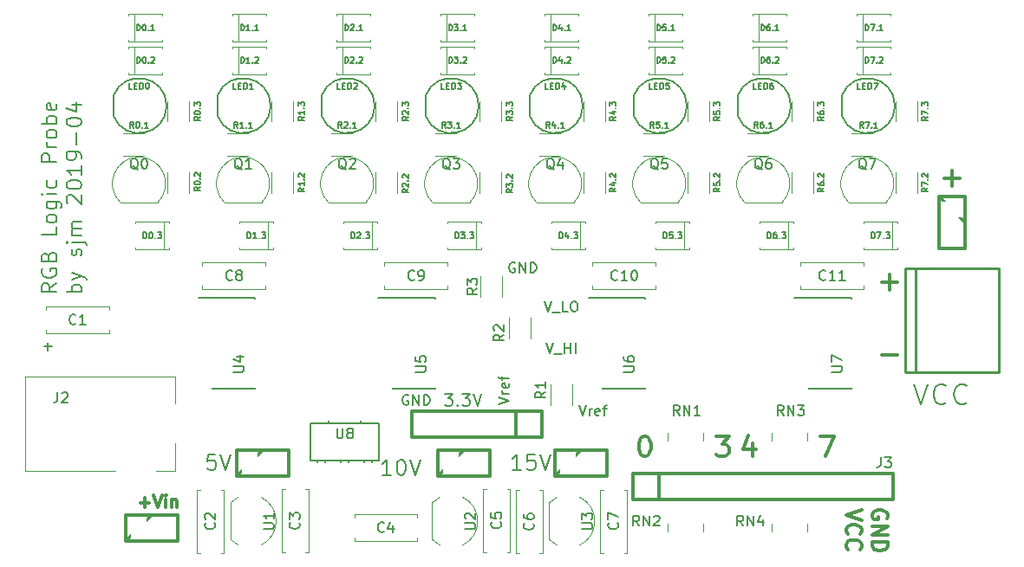
<source format=gbr>
G04 #@! TF.GenerationSoftware,KiCad,Pcbnew,5.1.2-f72e74a~84~ubuntu18.04.1*
G04 #@! TF.CreationDate,2019-04-28T16:37:14+03:00*
G04 #@! TF.ProjectId,logic-probe,6c6f6769-632d-4707-926f-62652e6b6963,rev?*
G04 #@! TF.SameCoordinates,Original*
G04 #@! TF.FileFunction,Legend,Top*
G04 #@! TF.FilePolarity,Positive*
%FSLAX46Y46*%
G04 Gerber Fmt 4.6, Leading zero omitted, Abs format (unit mm)*
G04 Created by KiCad (PCBNEW 5.1.2-f72e74a~84~ubuntu18.04.1) date 2019-04-28 16:37:14*
%MOMM*%
%LPD*%
G04 APERTURE LIST*
%ADD10C,0.150000*%
%ADD11C,0.200000*%
%ADD12C,0.300000*%
%ADD13C,0.304800*%
%ADD14C,0.120000*%
%ADD15C,0.127000*%
%ADD16C,0.254000*%
%ADD17C,0.203200*%
%ADD18O,1.626000X2.301640*%
%ADD19R,1.626000X2.301640*%
%ADD20C,1.702000*%
%ADD21R,3.902000X1.902000*%
%ADD22R,1.402000X1.902000*%
%ADD23R,1.622000X1.622000*%
%ADD24C,1.622000*%
%ADD25R,0.502000X1.002000*%
%ADD26R,2.102000X2.102000*%
%ADD27O,2.102000X2.102000*%
%ADD28O,1.002000X1.602000*%
%ADD29R,1.002000X1.602000*%
%ADD30R,1.602000X0.702000*%
%ADD31R,1.802000X2.102000*%
%ADD32R,2.102000X1.802000*%
%ADD33O,1.092200X1.981200*%
%ADD34R,3.602000X3.602000*%
%ADD35O,2.301640X1.626000*%
%ADD36R,2.301640X1.626000*%
%ADD37R,3.101740X3.101740*%
%ADD38C,3.101740*%
%ADD39C,0.902000*%
%ADD40C,6.502000*%
G04 APERTURE END LIST*
D10*
X127508095Y-125230000D02*
X127412857Y-125182380D01*
X127270000Y-125182380D01*
X127127142Y-125230000D01*
X127031904Y-125325238D01*
X126984285Y-125420476D01*
X126936666Y-125610952D01*
X126936666Y-125753809D01*
X126984285Y-125944285D01*
X127031904Y-126039523D01*
X127127142Y-126134761D01*
X127270000Y-126182380D01*
X127365238Y-126182380D01*
X127508095Y-126134761D01*
X127555714Y-126087142D01*
X127555714Y-125753809D01*
X127365238Y-125753809D01*
X127984285Y-126182380D02*
X127984285Y-125182380D01*
X128555714Y-126182380D01*
X128555714Y-125182380D01*
X129031904Y-126182380D02*
X129031904Y-125182380D01*
X129270000Y-125182380D01*
X129412857Y-125230000D01*
X129508095Y-125325238D01*
X129555714Y-125420476D01*
X129603333Y-125610952D01*
X129603333Y-125753809D01*
X129555714Y-125944285D01*
X129508095Y-126039523D01*
X129412857Y-126134761D01*
X129270000Y-126182380D01*
X129031904Y-126182380D01*
X81534047Y-133421428D02*
X82295952Y-133421428D01*
X81915000Y-133802380D02*
X81915000Y-133040476D01*
X117094095Y-138184000D02*
X116998857Y-138136380D01*
X116856000Y-138136380D01*
X116713142Y-138184000D01*
X116617904Y-138279238D01*
X116570285Y-138374476D01*
X116522666Y-138564952D01*
X116522666Y-138707809D01*
X116570285Y-138898285D01*
X116617904Y-138993523D01*
X116713142Y-139088761D01*
X116856000Y-139136380D01*
X116951238Y-139136380D01*
X117094095Y-139088761D01*
X117141714Y-139041142D01*
X117141714Y-138707809D01*
X116951238Y-138707809D01*
X117570285Y-139136380D02*
X117570285Y-138136380D01*
X118141714Y-139136380D01*
X118141714Y-138136380D01*
X118617904Y-139136380D02*
X118617904Y-138136380D01*
X118856000Y-138136380D01*
X118998857Y-138184000D01*
X119094095Y-138279238D01*
X119141714Y-138374476D01*
X119189333Y-138564952D01*
X119189333Y-138707809D01*
X119141714Y-138898285D01*
X119094095Y-138993523D01*
X118998857Y-139088761D01*
X118856000Y-139136380D01*
X118617904Y-139136380D01*
X125944380Y-139025142D02*
X126944380Y-138691809D01*
X125944380Y-138358476D01*
X126944380Y-138025142D02*
X126277714Y-138025142D01*
X126468190Y-138025142D02*
X126372952Y-137977523D01*
X126325333Y-137929904D01*
X126277714Y-137834666D01*
X126277714Y-137739428D01*
X126896761Y-137025142D02*
X126944380Y-137120380D01*
X126944380Y-137310857D01*
X126896761Y-137406095D01*
X126801523Y-137453714D01*
X126420571Y-137453714D01*
X126325333Y-137406095D01*
X126277714Y-137310857D01*
X126277714Y-137120380D01*
X126325333Y-137025142D01*
X126420571Y-136977523D01*
X126515809Y-136977523D01*
X126611047Y-137453714D01*
X126277714Y-136691809D02*
X126277714Y-136310857D01*
X126944380Y-136548952D02*
X126087238Y-136548952D01*
X125992000Y-136501333D01*
X125944380Y-136406095D01*
X125944380Y-136310857D01*
X133770857Y-139152380D02*
X134104190Y-140152380D01*
X134437523Y-139152380D01*
X134770857Y-140152380D02*
X134770857Y-139485714D01*
X134770857Y-139676190D02*
X134818476Y-139580952D01*
X134866095Y-139533333D01*
X134961333Y-139485714D01*
X135056571Y-139485714D01*
X135770857Y-140104761D02*
X135675619Y-140152380D01*
X135485142Y-140152380D01*
X135389904Y-140104761D01*
X135342285Y-140009523D01*
X135342285Y-139628571D01*
X135389904Y-139533333D01*
X135485142Y-139485714D01*
X135675619Y-139485714D01*
X135770857Y-139533333D01*
X135818476Y-139628571D01*
X135818476Y-139723809D01*
X135342285Y-139819047D01*
X136104190Y-139485714D02*
X136485142Y-139485714D01*
X136247047Y-140152380D02*
X136247047Y-139295238D01*
X136294666Y-139200000D01*
X136389904Y-139152380D01*
X136485142Y-139152380D01*
X130603809Y-133056380D02*
X130937142Y-134056380D01*
X131270476Y-133056380D01*
X131365714Y-134151619D02*
X132127619Y-134151619D01*
X132365714Y-134056380D02*
X132365714Y-133056380D01*
X132365714Y-133532571D02*
X132937142Y-133532571D01*
X132937142Y-134056380D02*
X132937142Y-133056380D01*
X133413333Y-134056380D02*
X133413333Y-133056380D01*
X130437142Y-128992380D02*
X130770476Y-129992380D01*
X131103809Y-128992380D01*
X131199047Y-130087619D02*
X131960952Y-130087619D01*
X132675238Y-129992380D02*
X132199047Y-129992380D01*
X132199047Y-128992380D01*
X133199047Y-128992380D02*
X133389523Y-128992380D01*
X133484761Y-129040000D01*
X133580000Y-129135238D01*
X133627619Y-129325714D01*
X133627619Y-129659047D01*
X133580000Y-129849523D01*
X133484761Y-129944761D01*
X133389523Y-129992380D01*
X133199047Y-129992380D01*
X133103809Y-129944761D01*
X133008571Y-129849523D01*
X132960952Y-129659047D01*
X132960952Y-129325714D01*
X133008571Y-129135238D01*
X133103809Y-129040000D01*
X133199047Y-128992380D01*
D11*
X120656571Y-138026857D02*
X121399428Y-138026857D01*
X120999428Y-138484000D01*
X121170857Y-138484000D01*
X121285142Y-138541142D01*
X121342285Y-138598285D01*
X121399428Y-138712571D01*
X121399428Y-138998285D01*
X121342285Y-139112571D01*
X121285142Y-139169714D01*
X121170857Y-139226857D01*
X120828000Y-139226857D01*
X120713714Y-139169714D01*
X120656571Y-139112571D01*
X121913714Y-139112571D02*
X121970857Y-139169714D01*
X121913714Y-139226857D01*
X121856571Y-139169714D01*
X121913714Y-139112571D01*
X121913714Y-139226857D01*
X122370857Y-138026857D02*
X123113714Y-138026857D01*
X122713714Y-138484000D01*
X122885142Y-138484000D01*
X122999428Y-138541142D01*
X123056571Y-138598285D01*
X123113714Y-138712571D01*
X123113714Y-138998285D01*
X123056571Y-139112571D01*
X122999428Y-139169714D01*
X122885142Y-139226857D01*
X122542285Y-139226857D01*
X122428000Y-139169714D01*
X122370857Y-139112571D01*
X123456571Y-138026857D02*
X123856571Y-139226857D01*
X124256571Y-138026857D01*
D12*
X150748952Y-142827428D02*
X150748952Y-144160761D01*
X150272761Y-142065523D02*
X149796571Y-143494095D01*
X151034666Y-143494095D01*
X147161333Y-142160761D02*
X148399428Y-142160761D01*
X147732761Y-142922666D01*
X148018476Y-142922666D01*
X148208952Y-143017904D01*
X148304190Y-143113142D01*
X148399428Y-143303619D01*
X148399428Y-143779809D01*
X148304190Y-143970285D01*
X148208952Y-144065523D01*
X148018476Y-144160761D01*
X147447047Y-144160761D01*
X147256571Y-144065523D01*
X147161333Y-143970285D01*
X157321333Y-142160761D02*
X158654666Y-142160761D01*
X157797523Y-144160761D01*
X140112761Y-142160761D02*
X140303238Y-142160761D01*
X140493714Y-142256000D01*
X140588952Y-142351238D01*
X140684190Y-142541714D01*
X140779428Y-142922666D01*
X140779428Y-143398857D01*
X140684190Y-143779809D01*
X140588952Y-143970285D01*
X140493714Y-144065523D01*
X140303238Y-144160761D01*
X140112761Y-144160761D01*
X139922285Y-144065523D01*
X139827047Y-143970285D01*
X139731809Y-143779809D01*
X139636571Y-143398857D01*
X139636571Y-142922666D01*
X139731809Y-142541714D01*
X139827047Y-142351238D01*
X139922285Y-142256000D01*
X140112761Y-142160761D01*
D11*
X128103428Y-145458571D02*
X127246285Y-145458571D01*
X127674857Y-145458571D02*
X127674857Y-143958571D01*
X127532000Y-144172857D01*
X127389142Y-144315714D01*
X127246285Y-144387142D01*
X129460571Y-143958571D02*
X128746285Y-143958571D01*
X128674857Y-144672857D01*
X128746285Y-144601428D01*
X128889142Y-144530000D01*
X129246285Y-144530000D01*
X129389142Y-144601428D01*
X129460571Y-144672857D01*
X129532000Y-144815714D01*
X129532000Y-145172857D01*
X129460571Y-145315714D01*
X129389142Y-145387142D01*
X129246285Y-145458571D01*
X128889142Y-145458571D01*
X128746285Y-145387142D01*
X128674857Y-145315714D01*
X129960571Y-143958571D02*
X130460571Y-145458571D01*
X130960571Y-143958571D01*
X115403428Y-145966571D02*
X114546285Y-145966571D01*
X114974857Y-145966571D02*
X114974857Y-144466571D01*
X114832000Y-144680857D01*
X114689142Y-144823714D01*
X114546285Y-144895142D01*
X116332000Y-144466571D02*
X116474857Y-144466571D01*
X116617714Y-144538000D01*
X116689142Y-144609428D01*
X116760571Y-144752285D01*
X116832000Y-145038000D01*
X116832000Y-145395142D01*
X116760571Y-145680857D01*
X116689142Y-145823714D01*
X116617714Y-145895142D01*
X116474857Y-145966571D01*
X116332000Y-145966571D01*
X116189142Y-145895142D01*
X116117714Y-145823714D01*
X116046285Y-145680857D01*
X115974857Y-145395142D01*
X115974857Y-145038000D01*
X116046285Y-144752285D01*
X116117714Y-144609428D01*
X116189142Y-144538000D01*
X116332000Y-144466571D01*
X117260571Y-144466571D02*
X117760571Y-145966571D01*
X118260571Y-144466571D01*
X98266285Y-143958571D02*
X97552000Y-143958571D01*
X97480571Y-144672857D01*
X97552000Y-144601428D01*
X97694857Y-144530000D01*
X98052000Y-144530000D01*
X98194857Y-144601428D01*
X98266285Y-144672857D01*
X98337714Y-144815714D01*
X98337714Y-145172857D01*
X98266285Y-145315714D01*
X98194857Y-145387142D01*
X98052000Y-145458571D01*
X97694857Y-145458571D01*
X97552000Y-145387142D01*
X97480571Y-145315714D01*
X98766285Y-143958571D02*
X99266285Y-145458571D01*
X99766285Y-143958571D01*
X82765571Y-127229142D02*
X82051285Y-127729142D01*
X82765571Y-128086285D02*
X81265571Y-128086285D01*
X81265571Y-127514857D01*
X81337000Y-127372000D01*
X81408428Y-127300571D01*
X81551285Y-127229142D01*
X81765571Y-127229142D01*
X81908428Y-127300571D01*
X81979857Y-127372000D01*
X82051285Y-127514857D01*
X82051285Y-128086285D01*
X81337000Y-125800571D02*
X81265571Y-125943428D01*
X81265571Y-126157714D01*
X81337000Y-126372000D01*
X81479857Y-126514857D01*
X81622714Y-126586285D01*
X81908428Y-126657714D01*
X82122714Y-126657714D01*
X82408428Y-126586285D01*
X82551285Y-126514857D01*
X82694142Y-126372000D01*
X82765571Y-126157714D01*
X82765571Y-126014857D01*
X82694142Y-125800571D01*
X82622714Y-125729142D01*
X82122714Y-125729142D01*
X82122714Y-126014857D01*
X81979857Y-124586285D02*
X82051285Y-124372000D01*
X82122714Y-124300571D01*
X82265571Y-124229142D01*
X82479857Y-124229142D01*
X82622714Y-124300571D01*
X82694142Y-124372000D01*
X82765571Y-124514857D01*
X82765571Y-125086285D01*
X81265571Y-125086285D01*
X81265571Y-124586285D01*
X81337000Y-124443428D01*
X81408428Y-124372000D01*
X81551285Y-124300571D01*
X81694142Y-124300571D01*
X81837000Y-124372000D01*
X81908428Y-124443428D01*
X81979857Y-124586285D01*
X81979857Y-125086285D01*
X82765571Y-121729142D02*
X82765571Y-122443428D01*
X81265571Y-122443428D01*
X82765571Y-121014857D02*
X82694142Y-121157714D01*
X82622714Y-121229142D01*
X82479857Y-121300571D01*
X82051285Y-121300571D01*
X81908428Y-121229142D01*
X81837000Y-121157714D01*
X81765571Y-121014857D01*
X81765571Y-120800571D01*
X81837000Y-120657714D01*
X81908428Y-120586285D01*
X82051285Y-120514857D01*
X82479857Y-120514857D01*
X82622714Y-120586285D01*
X82694142Y-120657714D01*
X82765571Y-120800571D01*
X82765571Y-121014857D01*
X81765571Y-119229142D02*
X82979857Y-119229142D01*
X83122714Y-119300571D01*
X83194142Y-119372000D01*
X83265571Y-119514857D01*
X83265571Y-119729142D01*
X83194142Y-119872000D01*
X82694142Y-119229142D02*
X82765571Y-119372000D01*
X82765571Y-119657714D01*
X82694142Y-119800571D01*
X82622714Y-119872000D01*
X82479857Y-119943428D01*
X82051285Y-119943428D01*
X81908428Y-119872000D01*
X81837000Y-119800571D01*
X81765571Y-119657714D01*
X81765571Y-119372000D01*
X81837000Y-119229142D01*
X82765571Y-118514857D02*
X81765571Y-118514857D01*
X81265571Y-118514857D02*
X81337000Y-118586285D01*
X81408428Y-118514857D01*
X81337000Y-118443428D01*
X81265571Y-118514857D01*
X81408428Y-118514857D01*
X82694142Y-117157714D02*
X82765571Y-117300571D01*
X82765571Y-117586285D01*
X82694142Y-117729142D01*
X82622714Y-117800571D01*
X82479857Y-117872000D01*
X82051285Y-117872000D01*
X81908428Y-117800571D01*
X81837000Y-117729142D01*
X81765571Y-117586285D01*
X81765571Y-117300571D01*
X81837000Y-117157714D01*
X82765571Y-115372000D02*
X81265571Y-115372000D01*
X81265571Y-114800571D01*
X81337000Y-114657714D01*
X81408428Y-114586285D01*
X81551285Y-114514857D01*
X81765571Y-114514857D01*
X81908428Y-114586285D01*
X81979857Y-114657714D01*
X82051285Y-114800571D01*
X82051285Y-115372000D01*
X82765571Y-113872000D02*
X81765571Y-113872000D01*
X82051285Y-113872000D02*
X81908428Y-113800571D01*
X81837000Y-113729142D01*
X81765571Y-113586285D01*
X81765571Y-113443428D01*
X82765571Y-112729142D02*
X82694142Y-112872000D01*
X82622714Y-112943428D01*
X82479857Y-113014857D01*
X82051285Y-113014857D01*
X81908428Y-112943428D01*
X81837000Y-112872000D01*
X81765571Y-112729142D01*
X81765571Y-112514857D01*
X81837000Y-112372000D01*
X81908428Y-112300571D01*
X82051285Y-112229142D01*
X82479857Y-112229142D01*
X82622714Y-112300571D01*
X82694142Y-112372000D01*
X82765571Y-112514857D01*
X82765571Y-112729142D01*
X82765571Y-111586285D02*
X81265571Y-111586285D01*
X81837000Y-111586285D02*
X81765571Y-111443428D01*
X81765571Y-111157714D01*
X81837000Y-111014857D01*
X81908428Y-110943428D01*
X82051285Y-110872000D01*
X82479857Y-110872000D01*
X82622714Y-110943428D01*
X82694142Y-111014857D01*
X82765571Y-111157714D01*
X82765571Y-111443428D01*
X82694142Y-111586285D01*
X82694142Y-109657714D02*
X82765571Y-109800571D01*
X82765571Y-110086285D01*
X82694142Y-110229142D01*
X82551285Y-110300571D01*
X81979857Y-110300571D01*
X81837000Y-110229142D01*
X81765571Y-110086285D01*
X81765571Y-109800571D01*
X81837000Y-109657714D01*
X81979857Y-109586285D01*
X82122714Y-109586285D01*
X82265571Y-110300571D01*
X85215571Y-128086285D02*
X83715571Y-128086285D01*
X84287000Y-128086285D02*
X84215571Y-127943428D01*
X84215571Y-127657714D01*
X84287000Y-127514857D01*
X84358428Y-127443428D01*
X84501285Y-127372000D01*
X84929857Y-127372000D01*
X85072714Y-127443428D01*
X85144142Y-127514857D01*
X85215571Y-127657714D01*
X85215571Y-127943428D01*
X85144142Y-128086285D01*
X84215571Y-126872000D02*
X85215571Y-126514857D01*
X84215571Y-126157714D02*
X85215571Y-126514857D01*
X85572714Y-126657714D01*
X85644142Y-126729142D01*
X85715571Y-126872000D01*
X85144142Y-124514857D02*
X85215571Y-124372000D01*
X85215571Y-124086285D01*
X85144142Y-123943428D01*
X85001285Y-123872000D01*
X84929857Y-123872000D01*
X84787000Y-123943428D01*
X84715571Y-124086285D01*
X84715571Y-124300571D01*
X84644142Y-124443428D01*
X84501285Y-124514857D01*
X84429857Y-124514857D01*
X84287000Y-124443428D01*
X84215571Y-124300571D01*
X84215571Y-124086285D01*
X84287000Y-123943428D01*
X84215571Y-123229142D02*
X85501285Y-123229142D01*
X85644142Y-123300571D01*
X85715571Y-123443428D01*
X85715571Y-123514857D01*
X83715571Y-123229142D02*
X83787000Y-123300571D01*
X83858428Y-123229142D01*
X83787000Y-123157714D01*
X83715571Y-123229142D01*
X83858428Y-123229142D01*
X85215571Y-122514857D02*
X84215571Y-122514857D01*
X84358428Y-122514857D02*
X84287000Y-122443428D01*
X84215571Y-122300571D01*
X84215571Y-122086285D01*
X84287000Y-121943428D01*
X84429857Y-121872000D01*
X85215571Y-121872000D01*
X84429857Y-121872000D02*
X84287000Y-121800571D01*
X84215571Y-121657714D01*
X84215571Y-121443428D01*
X84287000Y-121300571D01*
X84429857Y-121229142D01*
X85215571Y-121229142D01*
X83858428Y-119443428D02*
X83787000Y-119372000D01*
X83715571Y-119229142D01*
X83715571Y-118872000D01*
X83787000Y-118729142D01*
X83858428Y-118657714D01*
X84001285Y-118586285D01*
X84144142Y-118586285D01*
X84358428Y-118657714D01*
X85215571Y-119514857D01*
X85215571Y-118586285D01*
X83715571Y-117657714D02*
X83715571Y-117514857D01*
X83787000Y-117372000D01*
X83858428Y-117300571D01*
X84001285Y-117229142D01*
X84287000Y-117157714D01*
X84644142Y-117157714D01*
X84929857Y-117229142D01*
X85072714Y-117300571D01*
X85144142Y-117372000D01*
X85215571Y-117514857D01*
X85215571Y-117657714D01*
X85144142Y-117800571D01*
X85072714Y-117872000D01*
X84929857Y-117943428D01*
X84644142Y-118014857D01*
X84287000Y-118014857D01*
X84001285Y-117943428D01*
X83858428Y-117872000D01*
X83787000Y-117800571D01*
X83715571Y-117657714D01*
X85215571Y-115729142D02*
X85215571Y-116586285D01*
X85215571Y-116157714D02*
X83715571Y-116157714D01*
X83929857Y-116300571D01*
X84072714Y-116443428D01*
X84144142Y-116586285D01*
X85215571Y-115014857D02*
X85215571Y-114729142D01*
X85144142Y-114586285D01*
X85072714Y-114514857D01*
X84858428Y-114372000D01*
X84572714Y-114300571D01*
X84001285Y-114300571D01*
X83858428Y-114372000D01*
X83787000Y-114443428D01*
X83715571Y-114586285D01*
X83715571Y-114872000D01*
X83787000Y-115014857D01*
X83858428Y-115086285D01*
X84001285Y-115157714D01*
X84358428Y-115157714D01*
X84501285Y-115086285D01*
X84572714Y-115014857D01*
X84644142Y-114872000D01*
X84644142Y-114586285D01*
X84572714Y-114443428D01*
X84501285Y-114372000D01*
X84358428Y-114300571D01*
X84644142Y-113657714D02*
X84644142Y-112514857D01*
X83715571Y-111514857D02*
X83715571Y-111372000D01*
X83787000Y-111229142D01*
X83858428Y-111157714D01*
X84001285Y-111086285D01*
X84287000Y-111014857D01*
X84644142Y-111014857D01*
X84929857Y-111086285D01*
X85072714Y-111157714D01*
X85144142Y-111229142D01*
X85215571Y-111372000D01*
X85215571Y-111514857D01*
X85144142Y-111657714D01*
X85072714Y-111729142D01*
X84929857Y-111800571D01*
X84644142Y-111872000D01*
X84287000Y-111872000D01*
X84001285Y-111800571D01*
X83858428Y-111729142D01*
X83787000Y-111657714D01*
X83715571Y-111514857D01*
X84215571Y-109729142D02*
X85215571Y-109729142D01*
X83644142Y-110086285D02*
X84715571Y-110443428D01*
X84715571Y-109514857D01*
D12*
X161349428Y-149384000D02*
X159849428Y-149884000D01*
X161349428Y-150384000D01*
X159992285Y-151741142D02*
X159920857Y-151669714D01*
X159849428Y-151455428D01*
X159849428Y-151312571D01*
X159920857Y-151098285D01*
X160063714Y-150955428D01*
X160206571Y-150884000D01*
X160492285Y-150812571D01*
X160706571Y-150812571D01*
X160992285Y-150884000D01*
X161135142Y-150955428D01*
X161278000Y-151098285D01*
X161349428Y-151312571D01*
X161349428Y-151455428D01*
X161278000Y-151669714D01*
X161206571Y-151741142D01*
X159992285Y-153241142D02*
X159920857Y-153169714D01*
X159849428Y-152955428D01*
X159849428Y-152812571D01*
X159920857Y-152598285D01*
X160063714Y-152455428D01*
X160206571Y-152384000D01*
X160492285Y-152312571D01*
X160706571Y-152312571D01*
X160992285Y-152384000D01*
X161135142Y-152455428D01*
X161278000Y-152598285D01*
X161349428Y-152812571D01*
X161349428Y-152955428D01*
X161278000Y-153169714D01*
X161206571Y-153241142D01*
X163818000Y-150241142D02*
X163889428Y-150098285D01*
X163889428Y-149884000D01*
X163818000Y-149669714D01*
X163675142Y-149526857D01*
X163532285Y-149455428D01*
X163246571Y-149384000D01*
X163032285Y-149384000D01*
X162746571Y-149455428D01*
X162603714Y-149526857D01*
X162460857Y-149669714D01*
X162389428Y-149884000D01*
X162389428Y-150026857D01*
X162460857Y-150241142D01*
X162532285Y-150312571D01*
X163032285Y-150312571D01*
X163032285Y-150026857D01*
X162389428Y-150955428D02*
X163889428Y-150955428D01*
X162389428Y-151812571D01*
X163889428Y-151812571D01*
X162389428Y-152526857D02*
X163889428Y-152526857D01*
X163889428Y-152884000D01*
X163818000Y-153098285D01*
X163675142Y-153241142D01*
X163532285Y-153312571D01*
X163246571Y-153384000D01*
X163032285Y-153384000D01*
X162746571Y-153312571D01*
X162603714Y-153241142D01*
X162460857Y-153098285D01*
X162389428Y-152884000D01*
X162389428Y-152526857D01*
X90910000Y-148675714D02*
X91824285Y-148675714D01*
X91367142Y-149132857D02*
X91367142Y-148218571D01*
X92224285Y-147932857D02*
X92624285Y-149132857D01*
X93024285Y-147932857D01*
X93424285Y-149132857D02*
X93424285Y-148332857D01*
X93424285Y-147932857D02*
X93367142Y-147990000D01*
X93424285Y-148047142D01*
X93481428Y-147990000D01*
X93424285Y-147932857D01*
X93424285Y-148047142D01*
X93995714Y-148332857D02*
X93995714Y-149132857D01*
X93995714Y-148447142D02*
X94052857Y-148390000D01*
X94167142Y-148332857D01*
X94338571Y-148332857D01*
X94452857Y-148390000D01*
X94510000Y-148504285D01*
X94510000Y-149132857D01*
X169418095Y-116982857D02*
X170941904Y-116982857D01*
X170180000Y-117744761D02*
X170180000Y-116220952D01*
X163322095Y-134254857D02*
X164845904Y-134254857D01*
X163322095Y-127142857D02*
X164845904Y-127142857D01*
X164084000Y-127904761D02*
X164084000Y-126380952D01*
D11*
X166497333Y-137080761D02*
X167164000Y-139080761D01*
X167830666Y-137080761D01*
X169640190Y-138890285D02*
X169544952Y-138985523D01*
X169259238Y-139080761D01*
X169068761Y-139080761D01*
X168783047Y-138985523D01*
X168592571Y-138795047D01*
X168497333Y-138604571D01*
X168402095Y-138223619D01*
X168402095Y-137937904D01*
X168497333Y-137556952D01*
X168592571Y-137366476D01*
X168783047Y-137176000D01*
X169068761Y-137080761D01*
X169259238Y-137080761D01*
X169544952Y-137176000D01*
X169640190Y-137271238D01*
X171640190Y-138890285D02*
X171544952Y-138985523D01*
X171259238Y-139080761D01*
X171068761Y-139080761D01*
X170783047Y-138985523D01*
X170592571Y-138795047D01*
X170497333Y-138604571D01*
X170402095Y-138223619D01*
X170402095Y-137937904D01*
X170497333Y-137556952D01*
X170592571Y-137366476D01*
X170783047Y-137176000D01*
X171068761Y-137080761D01*
X171259238Y-137080761D01*
X171544952Y-137176000D01*
X171640190Y-137271238D01*
D13*
X117475000Y-142240000D02*
X117475000Y-139700000D01*
X130175000Y-139700000D02*
X130175000Y-142240000D01*
X130175000Y-142240000D02*
X117475000Y-142240000D01*
X117475000Y-139700000D02*
X130175000Y-139700000D01*
X127635000Y-142240000D02*
X127635000Y-139700000D01*
D14*
X111835000Y-149820000D02*
X117955000Y-149820000D01*
X111835000Y-152440000D02*
X117955000Y-152440000D01*
X111835000Y-149820000D02*
X111835000Y-150134000D01*
X111835000Y-152126000D02*
X111835000Y-152440000D01*
X117955000Y-149820000D02*
X117955000Y-150134000D01*
X117955000Y-152126000D02*
X117955000Y-152440000D01*
D15*
X114237800Y-140893800D02*
X114237800Y-144602200D01*
X107532200Y-140893800D02*
X114237800Y-140893800D01*
X107532200Y-144602200D02*
X107532200Y-140893800D01*
X114237800Y-144602200D02*
X107532200Y-144602200D01*
X108179900Y-146392900D02*
X108179900Y-144602200D01*
X108992700Y-146392900D02*
X108992700Y-144602200D01*
X108179900Y-146392900D02*
X108992700Y-146392900D01*
X110478600Y-146392900D02*
X111291400Y-146392900D01*
X111291400Y-146392900D02*
X111291400Y-144602200D01*
X110478600Y-146392900D02*
X110478600Y-144602200D01*
X112777300Y-146392900D02*
X112777300Y-144602200D01*
X113590100Y-146392900D02*
X113590100Y-144602200D01*
X112777300Y-146392900D02*
X113590100Y-146392900D01*
X109335600Y-139103100D02*
X109335600Y-140893800D01*
X112434400Y-139103100D02*
X112434400Y-140893800D01*
X109335600Y-139103100D02*
X112434400Y-139103100D01*
D14*
X131592205Y-152819184D02*
G75*
G02X130865000Y-152295000I1122795J2324184D01*
G01*
X133813807Y-152851400D02*
G75*
G03X135315000Y-150495000I-1098807J2356400D01*
G01*
X133813807Y-148138600D02*
G75*
G02X135315000Y-150495000I-1098807J-2356400D01*
G01*
X131592205Y-148170816D02*
G75*
G03X130865000Y-148695000I1122795J-2324184D01*
G01*
X130865000Y-148695000D02*
X130865000Y-152295000D01*
D13*
X139065000Y-148336000D02*
X139065000Y-145796000D01*
X164465000Y-148336000D02*
X139065000Y-148336000D01*
X164465000Y-145796000D02*
X164465000Y-148336000D01*
X139065000Y-145796000D02*
X164465000Y-145796000D01*
X141605000Y-145796000D02*
X141605000Y-148336000D01*
D14*
X156025000Y-150730000D02*
X156025000Y-151530000D01*
X152585000Y-150730000D02*
X152585000Y-151530000D01*
X156025000Y-141840000D02*
X156025000Y-142640000D01*
X152585000Y-141840000D02*
X152585000Y-142640000D01*
X145865000Y-141840000D02*
X145865000Y-142640000D01*
X142425000Y-141840000D02*
X142425000Y-142640000D01*
X142425000Y-150730000D02*
X142425000Y-151530000D01*
X145865000Y-150730000D02*
X145865000Y-151530000D01*
X164855000Y-123735000D02*
X164855000Y-123915000D01*
X164855000Y-123915000D02*
X161535000Y-123915000D01*
X161535000Y-123915000D02*
X161535000Y-123735000D01*
X164855000Y-121375000D02*
X164855000Y-121195000D01*
X164855000Y-121195000D02*
X161535000Y-121195000D01*
X161535000Y-121195000D02*
X161535000Y-121375000D01*
X164315000Y-123915000D02*
X164315000Y-121195000D01*
X160900000Y-104230000D02*
X160900000Y-104050000D01*
X160900000Y-104050000D02*
X164220000Y-104050000D01*
X164220000Y-104050000D02*
X164220000Y-104230000D01*
X160900000Y-106590000D02*
X160900000Y-106770000D01*
X160900000Y-106770000D02*
X164220000Y-106770000D01*
X164220000Y-106770000D02*
X164220000Y-106590000D01*
X161440000Y-104050000D02*
X161440000Y-106770000D01*
X160900000Y-101055000D02*
X160900000Y-100875000D01*
X160900000Y-100875000D02*
X164220000Y-100875000D01*
X164220000Y-100875000D02*
X164220000Y-101055000D01*
X160900000Y-103415000D02*
X160900000Y-103595000D01*
X160900000Y-103595000D02*
X164220000Y-103595000D01*
X164220000Y-103595000D02*
X164220000Y-103415000D01*
X161440000Y-100875000D02*
X161440000Y-103595000D01*
X154695000Y-123735000D02*
X154695000Y-123915000D01*
X154695000Y-123915000D02*
X151375000Y-123915000D01*
X151375000Y-123915000D02*
X151375000Y-123735000D01*
X154695000Y-121375000D02*
X154695000Y-121195000D01*
X154695000Y-121195000D02*
X151375000Y-121195000D01*
X151375000Y-121195000D02*
X151375000Y-121375000D01*
X154155000Y-123915000D02*
X154155000Y-121195000D01*
X150740000Y-101055000D02*
X150740000Y-100875000D01*
X150740000Y-100875000D02*
X154060000Y-100875000D01*
X154060000Y-100875000D02*
X154060000Y-101055000D01*
X150740000Y-103415000D02*
X150740000Y-103595000D01*
X150740000Y-103595000D02*
X154060000Y-103595000D01*
X154060000Y-103595000D02*
X154060000Y-103415000D01*
X151280000Y-100875000D02*
X151280000Y-103595000D01*
X150740000Y-104230000D02*
X150740000Y-104050000D01*
X150740000Y-104050000D02*
X154060000Y-104050000D01*
X154060000Y-104050000D02*
X154060000Y-104230000D01*
X150740000Y-106590000D02*
X150740000Y-106770000D01*
X150740000Y-106770000D02*
X154060000Y-106770000D01*
X154060000Y-106770000D02*
X154060000Y-106590000D01*
X151280000Y-104050000D02*
X151280000Y-106770000D01*
X144535000Y-123735000D02*
X144535000Y-123915000D01*
X144535000Y-123915000D02*
X141215000Y-123915000D01*
X141215000Y-123915000D02*
X141215000Y-123735000D01*
X144535000Y-121375000D02*
X144535000Y-121195000D01*
X144535000Y-121195000D02*
X141215000Y-121195000D01*
X141215000Y-121195000D02*
X141215000Y-121375000D01*
X143995000Y-123915000D02*
X143995000Y-121195000D01*
X140580000Y-104230000D02*
X140580000Y-104050000D01*
X140580000Y-104050000D02*
X143900000Y-104050000D01*
X143900000Y-104050000D02*
X143900000Y-104230000D01*
X140580000Y-106590000D02*
X140580000Y-106770000D01*
X140580000Y-106770000D02*
X143900000Y-106770000D01*
X143900000Y-106770000D02*
X143900000Y-106590000D01*
X141120000Y-104050000D02*
X141120000Y-106770000D01*
X140580000Y-101055000D02*
X140580000Y-100875000D01*
X140580000Y-100875000D02*
X143900000Y-100875000D01*
X143900000Y-100875000D02*
X143900000Y-101055000D01*
X140580000Y-103415000D02*
X140580000Y-103595000D01*
X140580000Y-103595000D02*
X143900000Y-103595000D01*
X143900000Y-103595000D02*
X143900000Y-103415000D01*
X141120000Y-100875000D02*
X141120000Y-103595000D01*
X130420000Y-101055000D02*
X130420000Y-100875000D01*
X130420000Y-100875000D02*
X133740000Y-100875000D01*
X133740000Y-100875000D02*
X133740000Y-101055000D01*
X130420000Y-103415000D02*
X130420000Y-103595000D01*
X130420000Y-103595000D02*
X133740000Y-103595000D01*
X133740000Y-103595000D02*
X133740000Y-103415000D01*
X130960000Y-100875000D02*
X130960000Y-103595000D01*
X130420000Y-104230000D02*
X130420000Y-104050000D01*
X130420000Y-104050000D02*
X133740000Y-104050000D01*
X133740000Y-104050000D02*
X133740000Y-104230000D01*
X130420000Y-106590000D02*
X130420000Y-106770000D01*
X130420000Y-106770000D02*
X133740000Y-106770000D01*
X133740000Y-106770000D02*
X133740000Y-106590000D01*
X130960000Y-104050000D02*
X130960000Y-106770000D01*
X134375000Y-123735000D02*
X134375000Y-123915000D01*
X134375000Y-123915000D02*
X131055000Y-123915000D01*
X131055000Y-123915000D02*
X131055000Y-123735000D01*
X134375000Y-121375000D02*
X134375000Y-121195000D01*
X134375000Y-121195000D02*
X131055000Y-121195000D01*
X131055000Y-121195000D02*
X131055000Y-121375000D01*
X133835000Y-123915000D02*
X133835000Y-121195000D01*
X120260000Y-101055000D02*
X120260000Y-100875000D01*
X120260000Y-100875000D02*
X123580000Y-100875000D01*
X123580000Y-100875000D02*
X123580000Y-101055000D01*
X120260000Y-103415000D02*
X120260000Y-103595000D01*
X120260000Y-103595000D02*
X123580000Y-103595000D01*
X123580000Y-103595000D02*
X123580000Y-103415000D01*
X120800000Y-100875000D02*
X120800000Y-103595000D01*
X124215000Y-123735000D02*
X124215000Y-123915000D01*
X124215000Y-123915000D02*
X120895000Y-123915000D01*
X120895000Y-123915000D02*
X120895000Y-123735000D01*
X124215000Y-121375000D02*
X124215000Y-121195000D01*
X124215000Y-121195000D02*
X120895000Y-121195000D01*
X120895000Y-121195000D02*
X120895000Y-121375000D01*
X123675000Y-123915000D02*
X123675000Y-121195000D01*
X120260000Y-104230000D02*
X120260000Y-104050000D01*
X120260000Y-104050000D02*
X123580000Y-104050000D01*
X123580000Y-104050000D02*
X123580000Y-104230000D01*
X120260000Y-106590000D02*
X120260000Y-106770000D01*
X120260000Y-106770000D02*
X123580000Y-106770000D01*
X123580000Y-106770000D02*
X123580000Y-106590000D01*
X120800000Y-104050000D02*
X120800000Y-106770000D01*
X114055000Y-123735000D02*
X114055000Y-123915000D01*
X114055000Y-123915000D02*
X110735000Y-123915000D01*
X110735000Y-123915000D02*
X110735000Y-123735000D01*
X114055000Y-121375000D02*
X114055000Y-121195000D01*
X114055000Y-121195000D02*
X110735000Y-121195000D01*
X110735000Y-121195000D02*
X110735000Y-121375000D01*
X113515000Y-123915000D02*
X113515000Y-121195000D01*
X110100000Y-101055000D02*
X110100000Y-100875000D01*
X110100000Y-100875000D02*
X113420000Y-100875000D01*
X113420000Y-100875000D02*
X113420000Y-101055000D01*
X110100000Y-103415000D02*
X110100000Y-103595000D01*
X110100000Y-103595000D02*
X113420000Y-103595000D01*
X113420000Y-103595000D02*
X113420000Y-103415000D01*
X110640000Y-100875000D02*
X110640000Y-103595000D01*
X110100000Y-104230000D02*
X110100000Y-104050000D01*
X110100000Y-104050000D02*
X113420000Y-104050000D01*
X113420000Y-104050000D02*
X113420000Y-104230000D01*
X110100000Y-106590000D02*
X110100000Y-106770000D01*
X110100000Y-106770000D02*
X113420000Y-106770000D01*
X113420000Y-106770000D02*
X113420000Y-106590000D01*
X110640000Y-104050000D02*
X110640000Y-106770000D01*
X99940000Y-101055000D02*
X99940000Y-100875000D01*
X99940000Y-100875000D02*
X103260000Y-100875000D01*
X103260000Y-100875000D02*
X103260000Y-101055000D01*
X99940000Y-103415000D02*
X99940000Y-103595000D01*
X99940000Y-103595000D02*
X103260000Y-103595000D01*
X103260000Y-103595000D02*
X103260000Y-103415000D01*
X100480000Y-100875000D02*
X100480000Y-103595000D01*
X99940000Y-104230000D02*
X99940000Y-104050000D01*
X99940000Y-104050000D02*
X103260000Y-104050000D01*
X103260000Y-104050000D02*
X103260000Y-104230000D01*
X99940000Y-106590000D02*
X99940000Y-106770000D01*
X99940000Y-106770000D02*
X103260000Y-106770000D01*
X103260000Y-106770000D02*
X103260000Y-106590000D01*
X100480000Y-104050000D02*
X100480000Y-106770000D01*
X103895000Y-123735000D02*
X103895000Y-123915000D01*
X103895000Y-123915000D02*
X100575000Y-123915000D01*
X100575000Y-123915000D02*
X100575000Y-123735000D01*
X103895000Y-121375000D02*
X103895000Y-121195000D01*
X103895000Y-121195000D02*
X100575000Y-121195000D01*
X100575000Y-121195000D02*
X100575000Y-121375000D01*
X103355000Y-123915000D02*
X103355000Y-121195000D01*
X93735000Y-123735000D02*
X93735000Y-123915000D01*
X93735000Y-123915000D02*
X90415000Y-123915000D01*
X90415000Y-123915000D02*
X90415000Y-123735000D01*
X93735000Y-121375000D02*
X93735000Y-121195000D01*
X93735000Y-121195000D02*
X90415000Y-121195000D01*
X90415000Y-121195000D02*
X90415000Y-121375000D01*
X93195000Y-123915000D02*
X93195000Y-121195000D01*
X89780000Y-104230000D02*
X89780000Y-104050000D01*
X89780000Y-104050000D02*
X93100000Y-104050000D01*
X93100000Y-104050000D02*
X93100000Y-104230000D01*
X89780000Y-106590000D02*
X89780000Y-106770000D01*
X89780000Y-106770000D02*
X93100000Y-106770000D01*
X93100000Y-106770000D02*
X93100000Y-106590000D01*
X90320000Y-104050000D02*
X90320000Y-106770000D01*
X89780000Y-101055000D02*
X89780000Y-100875000D01*
X89780000Y-100875000D02*
X93100000Y-100875000D01*
X93100000Y-100875000D02*
X93100000Y-101055000D01*
X89780000Y-103415000D02*
X89780000Y-103595000D01*
X89780000Y-103595000D02*
X93100000Y-103595000D01*
X93100000Y-103595000D02*
X93100000Y-103415000D01*
X90320000Y-100875000D02*
X90320000Y-103595000D01*
X89005000Y-119325000D02*
X92605000Y-119325000D01*
X88966522Y-119313478D02*
G75*
G02X90805000Y-114875000I1838478J1838478D01*
G01*
X92643478Y-119313478D02*
G75*
G03X90805000Y-114875000I-1838478J1838478D01*
G01*
D10*
X156200000Y-128646000D02*
X156200000Y-128671000D01*
X160350000Y-128646000D02*
X160350000Y-128761000D01*
X160350000Y-137546000D02*
X160350000Y-137431000D01*
X156200000Y-137546000D02*
X156200000Y-137431000D01*
X156200000Y-128646000D02*
X160350000Y-128646000D01*
X156200000Y-137546000D02*
X160350000Y-137546000D01*
X156200000Y-128671000D02*
X154825000Y-128671000D01*
X136101000Y-128646000D02*
X136101000Y-128671000D01*
X140251000Y-128646000D02*
X140251000Y-128761000D01*
X140251000Y-137546000D02*
X140251000Y-137431000D01*
X136101000Y-137546000D02*
X136101000Y-137431000D01*
X136101000Y-128646000D02*
X140251000Y-128646000D01*
X136101000Y-137546000D02*
X140251000Y-137546000D01*
X136101000Y-128671000D02*
X134726000Y-128671000D01*
D14*
X164665000Y-111395000D02*
X164665000Y-109395000D01*
X166805000Y-109395000D02*
X166805000Y-111395000D01*
X164665000Y-118380000D02*
X164665000Y-116380000D01*
X166805000Y-116380000D02*
X166805000Y-118380000D01*
X160385000Y-112595000D02*
X162385000Y-112595000D01*
X162385000Y-114735000D02*
X160385000Y-114735000D01*
X154505000Y-111395000D02*
X154505000Y-109395000D01*
X156645000Y-109395000D02*
X156645000Y-111395000D01*
X154505000Y-118380000D02*
X154505000Y-116380000D01*
X156645000Y-116380000D02*
X156645000Y-118380000D01*
X150225000Y-112595000D02*
X152225000Y-112595000D01*
X152225000Y-114735000D02*
X150225000Y-114735000D01*
X144345000Y-111395000D02*
X144345000Y-109395000D01*
X146485000Y-109395000D02*
X146485000Y-111395000D01*
X144345000Y-118380000D02*
X144345000Y-116380000D01*
X146485000Y-116380000D02*
X146485000Y-118380000D01*
X140065000Y-112595000D02*
X142065000Y-112595000D01*
X142065000Y-114735000D02*
X140065000Y-114735000D01*
X134185000Y-111395000D02*
X134185000Y-109395000D01*
X136325000Y-109395000D02*
X136325000Y-111395000D01*
X134185000Y-118380000D02*
X134185000Y-116380000D01*
X136325000Y-116380000D02*
X136325000Y-118380000D01*
X129905000Y-112595000D02*
X131905000Y-112595000D01*
X131905000Y-114735000D02*
X129905000Y-114735000D01*
X124025000Y-111395000D02*
X124025000Y-109395000D01*
X126165000Y-109395000D02*
X126165000Y-111395000D01*
X124025000Y-118380000D02*
X124025000Y-116380000D01*
X126165000Y-116380000D02*
X126165000Y-118380000D01*
X119745000Y-112595000D02*
X121745000Y-112595000D01*
X121745000Y-114735000D02*
X119745000Y-114735000D01*
X113865000Y-111395000D02*
X113865000Y-109395000D01*
X116005000Y-109395000D02*
X116005000Y-111395000D01*
X113865000Y-118380000D02*
X113865000Y-116380000D01*
X116005000Y-116380000D02*
X116005000Y-118380000D01*
X109585000Y-112595000D02*
X111585000Y-112595000D01*
X111585000Y-114735000D02*
X109585000Y-114735000D01*
X103705000Y-111395000D02*
X103705000Y-109395000D01*
X105845000Y-109395000D02*
X105845000Y-111395000D01*
X103705000Y-118380000D02*
X103705000Y-116380000D01*
X105845000Y-116380000D02*
X105845000Y-118380000D01*
X99425000Y-112595000D02*
X101425000Y-112595000D01*
X101425000Y-114735000D02*
X99425000Y-114735000D01*
X93545000Y-111395000D02*
X93545000Y-109395000D01*
X95685000Y-109395000D02*
X95685000Y-111395000D01*
X93545000Y-118380000D02*
X93545000Y-116380000D01*
X95685000Y-116380000D02*
X95685000Y-118380000D01*
X89265000Y-112595000D02*
X91265000Y-112595000D01*
X91265000Y-114735000D02*
X89265000Y-114735000D01*
X160125000Y-119325000D02*
X163725000Y-119325000D01*
X160086522Y-119313478D02*
G75*
G02X161925000Y-114875000I1838478J1838478D01*
G01*
X163763478Y-119313478D02*
G75*
G03X161925000Y-114875000I-1838478J1838478D01*
G01*
X149965000Y-119325000D02*
X153565000Y-119325000D01*
X149926522Y-119313478D02*
G75*
G02X151765000Y-114875000I1838478J1838478D01*
G01*
X153603478Y-119313478D02*
G75*
G03X151765000Y-114875000I-1838478J1838478D01*
G01*
X139805000Y-119325000D02*
X143405000Y-119325000D01*
X139766522Y-119313478D02*
G75*
G02X141605000Y-114875000I1838478J1838478D01*
G01*
X143443478Y-119313478D02*
G75*
G03X141605000Y-114875000I-1838478J1838478D01*
G01*
D15*
X159428393Y-110860083D02*
G75*
G03X159425640Y-108856780I2496607J1005083D01*
G01*
X159425640Y-108856780D02*
X159425640Y-110853220D01*
X159425640Y-108856780D02*
X159425640Y-110853220D01*
X149268393Y-110860083D02*
G75*
G03X149265640Y-108856780I2496607J1005083D01*
G01*
X149265640Y-108856780D02*
X149265640Y-110853220D01*
X149265640Y-108856780D02*
X149265640Y-110853220D01*
X139108393Y-110860083D02*
G75*
G03X139105640Y-108856780I2496607J1005083D01*
G01*
X139105640Y-108856780D02*
X139105640Y-110853220D01*
X139105640Y-108856780D02*
X139105640Y-110853220D01*
X88308393Y-110860083D02*
G75*
G03X88305640Y-108856780I2496607J1005083D01*
G01*
X88305640Y-108856780D02*
X88305640Y-110853220D01*
X88305640Y-108856780D02*
X88305640Y-110853220D01*
D13*
X94615000Y-149860000D02*
X94615000Y-152400000D01*
X89535000Y-152400000D02*
X89535000Y-149860000D01*
X89535000Y-149860000D02*
X94615000Y-149860000D01*
X94615000Y-152400000D02*
X89535000Y-152400000D01*
X89535000Y-152400000D02*
X92075000Y-149860000D01*
D14*
X155396000Y-125182000D02*
X161516000Y-125182000D01*
X155396000Y-127802000D02*
X161516000Y-127802000D01*
X155396000Y-125182000D02*
X155396000Y-125496000D01*
X155396000Y-127488000D02*
X155396000Y-127802000D01*
X161516000Y-125182000D02*
X161516000Y-125496000D01*
X161516000Y-127488000D02*
X161516000Y-127802000D01*
X135076000Y-125182000D02*
X141196000Y-125182000D01*
X135076000Y-127802000D02*
X141196000Y-127802000D01*
X135076000Y-125182000D02*
X135076000Y-125496000D01*
X135076000Y-127488000D02*
X135076000Y-127802000D01*
X141196000Y-125182000D02*
X141196000Y-125496000D01*
X141196000Y-127488000D02*
X141196000Y-127802000D01*
X81736000Y-129500000D02*
X87856000Y-129500000D01*
X81736000Y-132120000D02*
X87856000Y-132120000D01*
X81736000Y-129500000D02*
X81736000Y-129814000D01*
X81736000Y-131806000D02*
X81736000Y-132120000D01*
X87856000Y-129500000D02*
X87856000Y-129814000D01*
X87856000Y-131806000D02*
X87856000Y-132120000D01*
X98786000Y-147475000D02*
X99100000Y-147475000D01*
X96480000Y-147475000D02*
X96794000Y-147475000D01*
X98786000Y-153595000D02*
X99100000Y-153595000D01*
X96480000Y-153595000D02*
X96794000Y-153595000D01*
X99100000Y-153595000D02*
X99100000Y-147475000D01*
X96480000Y-153595000D02*
X96480000Y-147475000D01*
X127595000Y-153595000D02*
X127595000Y-147475000D01*
X130215000Y-153595000D02*
X130215000Y-147475000D01*
X127595000Y-153595000D02*
X127909000Y-153595000D01*
X129901000Y-153595000D02*
X130215000Y-153595000D01*
X127595000Y-147475000D02*
X127909000Y-147475000D01*
X129901000Y-147475000D02*
X130215000Y-147475000D01*
X105049000Y-153515000D02*
X104735000Y-153515000D01*
X107355000Y-153515000D02*
X107041000Y-153515000D01*
X105049000Y-147395000D02*
X104735000Y-147395000D01*
X107355000Y-147395000D02*
X107041000Y-147395000D01*
X104735000Y-147395000D02*
X104735000Y-153515000D01*
X107355000Y-147395000D02*
X107355000Y-153515000D01*
X124420000Y-153515000D02*
X124420000Y-147395000D01*
X127040000Y-153515000D02*
X127040000Y-147395000D01*
X124420000Y-153515000D02*
X124734000Y-153515000D01*
X126726000Y-153515000D02*
X127040000Y-153515000D01*
X124420000Y-147395000D02*
X124734000Y-147395000D01*
X126726000Y-147395000D02*
X127040000Y-147395000D01*
X138156000Y-147475000D02*
X138470000Y-147475000D01*
X135850000Y-147475000D02*
X136164000Y-147475000D01*
X138156000Y-153595000D02*
X138470000Y-153595000D01*
X135850000Y-153595000D02*
X136164000Y-153595000D01*
X138470000Y-153595000D02*
X138470000Y-147475000D01*
X135850000Y-153595000D02*
X135850000Y-147475000D01*
X103096000Y-127488000D02*
X103096000Y-127802000D01*
X103096000Y-125182000D02*
X103096000Y-125496000D01*
X96976000Y-127488000D02*
X96976000Y-127802000D01*
X96976000Y-125182000D02*
X96976000Y-125496000D01*
X96976000Y-127802000D02*
X103096000Y-127802000D01*
X96976000Y-125182000D02*
X103096000Y-125182000D01*
X120876000Y-127488000D02*
X120876000Y-127802000D01*
X120876000Y-125182000D02*
X120876000Y-125496000D01*
X114756000Y-127488000D02*
X114756000Y-127802000D01*
X114756000Y-125182000D02*
X114756000Y-125496000D01*
X114756000Y-127802000D02*
X120876000Y-127802000D01*
X114756000Y-125182000D02*
X120876000Y-125182000D01*
X94372000Y-136370000D02*
X94372000Y-138970000D01*
X79672000Y-136370000D02*
X94372000Y-136370000D01*
X94372000Y-145570000D02*
X92472000Y-145570000D01*
X94372000Y-142870000D02*
X94372000Y-145570000D01*
X79672000Y-145570000D02*
X79672000Y-136370000D01*
X88472000Y-145570000D02*
X79672000Y-145570000D01*
D13*
X171450000Y-123825000D02*
X168910000Y-123825000D01*
X168910000Y-118745000D02*
X171450000Y-118745000D01*
X171450000Y-118745000D02*
X171450000Y-123825000D01*
X168910000Y-123825000D02*
X168910000Y-118745000D01*
X168910000Y-118745000D02*
X171450000Y-121285000D01*
D16*
X173990000Y-135890000D02*
X174752000Y-135890000D01*
X174752000Y-135890000D02*
X174752000Y-125730000D01*
X174752000Y-125730000D02*
X173990000Y-125730000D01*
X165608000Y-135890000D02*
X165608000Y-125730000D01*
X165608000Y-125730000D02*
X166624000Y-125730000D01*
X166624000Y-125730000D02*
X166624000Y-135890000D01*
X166624000Y-135890000D02*
X165608000Y-135890000D01*
X166370000Y-135890000D02*
X173990000Y-135890000D01*
X173990000Y-125730000D02*
X166370000Y-125730000D01*
D13*
X100330000Y-146050000D02*
X102870000Y-143510000D01*
X105410000Y-146050000D02*
X100330000Y-146050000D01*
X100330000Y-143510000D02*
X105410000Y-143510000D01*
X100330000Y-146050000D02*
X100330000Y-143510000D01*
X105410000Y-143510000D02*
X105410000Y-146050000D01*
X125095000Y-143510000D02*
X125095000Y-146050000D01*
X120015000Y-146050000D02*
X120015000Y-143510000D01*
X120015000Y-143510000D02*
X125095000Y-143510000D01*
X125095000Y-146050000D02*
X120015000Y-146050000D01*
X120015000Y-146050000D02*
X122555000Y-143510000D01*
X131445000Y-146050000D02*
X133985000Y-143510000D01*
X136525000Y-146050000D02*
X131445000Y-146050000D01*
X131445000Y-143510000D02*
X136525000Y-143510000D01*
X131445000Y-146050000D02*
X131445000Y-143510000D01*
X136525000Y-143510000D02*
X136525000Y-146050000D01*
D15*
X98468393Y-110860083D02*
G75*
G03X98465640Y-108856780I2496607J1005083D01*
G01*
X98465640Y-108856780D02*
X98465640Y-110853220D01*
X98465640Y-108856780D02*
X98465640Y-110853220D01*
X108625640Y-108856780D02*
X108625640Y-110853220D01*
X108625640Y-108856780D02*
X108625640Y-110853220D01*
X108628393Y-110860083D02*
G75*
G03X108625640Y-108856780I2496607J1005083D01*
G01*
X118785640Y-108856780D02*
X118785640Y-110853220D01*
X118785640Y-108856780D02*
X118785640Y-110853220D01*
X118788393Y-110860083D02*
G75*
G03X118785640Y-108856780I2496607J1005083D01*
G01*
X128948393Y-110860083D02*
G75*
G03X128945640Y-108856780I2496607J1005083D01*
G01*
X128945640Y-108856780D02*
X128945640Y-110853220D01*
X128945640Y-108856780D02*
X128945640Y-110853220D01*
D14*
X99165000Y-119325000D02*
X102765000Y-119325000D01*
X99126522Y-119313478D02*
G75*
G02X100965000Y-114875000I1838478J1838478D01*
G01*
X102803478Y-119313478D02*
G75*
G03X100965000Y-114875000I-1838478J1838478D01*
G01*
X112963478Y-119313478D02*
G75*
G03X111125000Y-114875000I-1838478J1838478D01*
G01*
X109286522Y-119313478D02*
G75*
G02X111125000Y-114875000I1838478J1838478D01*
G01*
X109325000Y-119325000D02*
X112925000Y-119325000D01*
X123123478Y-119313478D02*
G75*
G03X121285000Y-114875000I-1838478J1838478D01*
G01*
X119446522Y-119313478D02*
G75*
G02X121285000Y-114875000I1838478J1838478D01*
G01*
X119485000Y-119325000D02*
X123085000Y-119325000D01*
X129645000Y-119325000D02*
X133245000Y-119325000D01*
X129606522Y-119313478D02*
G75*
G02X131445000Y-114875000I1838478J1838478D01*
G01*
X133283478Y-119313478D02*
G75*
G03X131445000Y-114875000I-1838478J1838478D01*
G01*
X133150000Y-137144000D02*
X133150000Y-139144000D01*
X131010000Y-139144000D02*
X131010000Y-137144000D01*
X126946000Y-132604000D02*
X126946000Y-130604000D01*
X129086000Y-130604000D02*
X129086000Y-132604000D01*
X124152000Y-128540000D02*
X124152000Y-126540000D01*
X126292000Y-126540000D02*
X126292000Y-128540000D01*
X100477205Y-152819184D02*
G75*
G02X99750000Y-152295000I1122795J2324184D01*
G01*
X102698807Y-152851400D02*
G75*
G03X104200000Y-150495000I-1098807J2356400D01*
G01*
X102698807Y-148138600D02*
G75*
G02X104200000Y-150495000I-1098807J-2356400D01*
G01*
X100477205Y-148170816D02*
G75*
G03X99750000Y-148695000I1122795J-2324184D01*
G01*
X99750000Y-148695000D02*
X99750000Y-152295000D01*
X119435000Y-148695000D02*
X119435000Y-152295000D01*
X120162205Y-148170816D02*
G75*
G03X119435000Y-148695000I1122795J-2324184D01*
G01*
X122383807Y-148138600D02*
G75*
G02X123885000Y-150495000I-1098807J-2356400D01*
G01*
X122383807Y-152851400D02*
G75*
G03X123885000Y-150495000I-1098807J2356400D01*
G01*
X120162205Y-152819184D02*
G75*
G02X119435000Y-152295000I1122795J2324184D01*
G01*
D10*
X98001000Y-128671000D02*
X96626000Y-128671000D01*
X98001000Y-137546000D02*
X102151000Y-137546000D01*
X98001000Y-128646000D02*
X102151000Y-128646000D01*
X98001000Y-137546000D02*
X98001000Y-137431000D01*
X102151000Y-137546000D02*
X102151000Y-137431000D01*
X102151000Y-128646000D02*
X102151000Y-128761000D01*
X98001000Y-128646000D02*
X98001000Y-128671000D01*
X115560000Y-128646000D02*
X115560000Y-128671000D01*
X119710000Y-128646000D02*
X119710000Y-128761000D01*
X119710000Y-137546000D02*
X119710000Y-137431000D01*
X115560000Y-137546000D02*
X115560000Y-137431000D01*
X115560000Y-128646000D02*
X119710000Y-128646000D01*
X115560000Y-137546000D02*
X119710000Y-137546000D01*
X115560000Y-128671000D02*
X114185000Y-128671000D01*
X114728333Y-151487142D02*
X114680714Y-151534761D01*
X114537857Y-151582380D01*
X114442619Y-151582380D01*
X114299761Y-151534761D01*
X114204523Y-151439523D01*
X114156904Y-151344285D01*
X114109285Y-151153809D01*
X114109285Y-151010952D01*
X114156904Y-150820476D01*
X114204523Y-150725238D01*
X114299761Y-150630000D01*
X114442619Y-150582380D01*
X114537857Y-150582380D01*
X114680714Y-150630000D01*
X114728333Y-150677619D01*
X115585476Y-150915714D02*
X115585476Y-151582380D01*
X115347380Y-150534761D02*
X115109285Y-151249047D01*
X115728333Y-151249047D01*
D11*
X110123095Y-141400380D02*
X110123095Y-142209904D01*
X110170714Y-142305142D01*
X110218333Y-142352761D01*
X110313571Y-142400380D01*
X110504047Y-142400380D01*
X110599285Y-142352761D01*
X110646904Y-142305142D01*
X110694523Y-142209904D01*
X110694523Y-141400380D01*
X111313571Y-141828952D02*
X111218333Y-141781333D01*
X111170714Y-141733714D01*
X111123095Y-141638476D01*
X111123095Y-141590857D01*
X111170714Y-141495619D01*
X111218333Y-141448000D01*
X111313571Y-141400380D01*
X111504047Y-141400380D01*
X111599285Y-141448000D01*
X111646904Y-141495619D01*
X111694523Y-141590857D01*
X111694523Y-141638476D01*
X111646904Y-141733714D01*
X111599285Y-141781333D01*
X111504047Y-141828952D01*
X111313571Y-141828952D01*
X111218333Y-141876571D01*
X111170714Y-141924190D01*
X111123095Y-142019428D01*
X111123095Y-142209904D01*
X111170714Y-142305142D01*
X111218333Y-142352761D01*
X111313571Y-142400380D01*
X111504047Y-142400380D01*
X111599285Y-142352761D01*
X111646904Y-142305142D01*
X111694523Y-142209904D01*
X111694523Y-142019428D01*
X111646904Y-141924190D01*
X111599285Y-141876571D01*
X111504047Y-141828952D01*
D10*
X134072380Y-151256904D02*
X134881904Y-151256904D01*
X134977142Y-151209285D01*
X135024761Y-151161666D01*
X135072380Y-151066428D01*
X135072380Y-150875952D01*
X135024761Y-150780714D01*
X134977142Y-150733095D01*
X134881904Y-150685476D01*
X134072380Y-150685476D01*
X134072380Y-150304523D02*
X134072380Y-149685476D01*
X134453333Y-150018809D01*
X134453333Y-149875952D01*
X134500952Y-149780714D01*
X134548571Y-149733095D01*
X134643809Y-149685476D01*
X134881904Y-149685476D01*
X134977142Y-149733095D01*
X135024761Y-149780714D01*
X135072380Y-149875952D01*
X135072380Y-150161666D01*
X135024761Y-150256904D01*
X134977142Y-150304523D01*
D17*
X163237333Y-144223619D02*
X163237333Y-144949333D01*
X163188952Y-145094476D01*
X163092190Y-145191238D01*
X162947047Y-145239619D01*
X162850285Y-145239619D01*
X163624380Y-144223619D02*
X164253333Y-144223619D01*
X163914666Y-144610666D01*
X164059809Y-144610666D01*
X164156571Y-144659047D01*
X164204952Y-144707428D01*
X164253333Y-144804190D01*
X164253333Y-145046095D01*
X164204952Y-145142857D01*
X164156571Y-145191238D01*
X164059809Y-145239619D01*
X163769523Y-145239619D01*
X163672761Y-145191238D01*
X163624380Y-145142857D01*
D10*
X149804523Y-150947380D02*
X149471190Y-150471190D01*
X149233095Y-150947380D02*
X149233095Y-149947380D01*
X149614047Y-149947380D01*
X149709285Y-149995000D01*
X149756904Y-150042619D01*
X149804523Y-150137857D01*
X149804523Y-150280714D01*
X149756904Y-150375952D01*
X149709285Y-150423571D01*
X149614047Y-150471190D01*
X149233095Y-150471190D01*
X150233095Y-150947380D02*
X150233095Y-149947380D01*
X150804523Y-150947380D01*
X150804523Y-149947380D01*
X151709285Y-150280714D02*
X151709285Y-150947380D01*
X151471190Y-149899761D02*
X151233095Y-150614047D01*
X151852142Y-150614047D01*
X153741523Y-140152380D02*
X153408190Y-139676190D01*
X153170095Y-140152380D02*
X153170095Y-139152380D01*
X153551047Y-139152380D01*
X153646285Y-139200000D01*
X153693904Y-139247619D01*
X153741523Y-139342857D01*
X153741523Y-139485714D01*
X153693904Y-139580952D01*
X153646285Y-139628571D01*
X153551047Y-139676190D01*
X153170095Y-139676190D01*
X154170095Y-140152380D02*
X154170095Y-139152380D01*
X154741523Y-140152380D01*
X154741523Y-139152380D01*
X155122476Y-139152380D02*
X155741523Y-139152380D01*
X155408190Y-139533333D01*
X155551047Y-139533333D01*
X155646285Y-139580952D01*
X155693904Y-139628571D01*
X155741523Y-139723809D01*
X155741523Y-139961904D01*
X155693904Y-140057142D01*
X155646285Y-140104761D01*
X155551047Y-140152380D01*
X155265333Y-140152380D01*
X155170095Y-140104761D01*
X155122476Y-140057142D01*
X143581523Y-140152380D02*
X143248190Y-139676190D01*
X143010095Y-140152380D02*
X143010095Y-139152380D01*
X143391047Y-139152380D01*
X143486285Y-139200000D01*
X143533904Y-139247619D01*
X143581523Y-139342857D01*
X143581523Y-139485714D01*
X143533904Y-139580952D01*
X143486285Y-139628571D01*
X143391047Y-139676190D01*
X143010095Y-139676190D01*
X144010095Y-140152380D02*
X144010095Y-139152380D01*
X144581523Y-140152380D01*
X144581523Y-139152380D01*
X145581523Y-140152380D02*
X145010095Y-140152380D01*
X145295809Y-140152380D02*
X145295809Y-139152380D01*
X145200571Y-139295238D01*
X145105333Y-139390476D01*
X145010095Y-139438095D01*
X139644523Y-150947380D02*
X139311190Y-150471190D01*
X139073095Y-150947380D02*
X139073095Y-149947380D01*
X139454047Y-149947380D01*
X139549285Y-149995000D01*
X139596904Y-150042619D01*
X139644523Y-150137857D01*
X139644523Y-150280714D01*
X139596904Y-150375952D01*
X139549285Y-150423571D01*
X139454047Y-150471190D01*
X139073095Y-150471190D01*
X140073095Y-150947380D02*
X140073095Y-149947380D01*
X140644523Y-150947380D01*
X140644523Y-149947380D01*
X141073095Y-150042619D02*
X141120714Y-149995000D01*
X141215952Y-149947380D01*
X141454047Y-149947380D01*
X141549285Y-149995000D01*
X141596904Y-150042619D01*
X141644523Y-150137857D01*
X141644523Y-150233095D01*
X141596904Y-150375952D01*
X141025476Y-150947380D01*
X141644523Y-150947380D01*
X162323571Y-122826428D02*
X162323571Y-122226428D01*
X162466428Y-122226428D01*
X162552142Y-122255000D01*
X162609285Y-122312142D01*
X162637857Y-122369285D01*
X162666428Y-122483571D01*
X162666428Y-122569285D01*
X162637857Y-122683571D01*
X162609285Y-122740714D01*
X162552142Y-122797857D01*
X162466428Y-122826428D01*
X162323571Y-122826428D01*
X162866428Y-122226428D02*
X163266428Y-122226428D01*
X163009285Y-122826428D01*
X163495000Y-122769285D02*
X163523571Y-122797857D01*
X163495000Y-122826428D01*
X163466428Y-122797857D01*
X163495000Y-122769285D01*
X163495000Y-122826428D01*
X163723571Y-122226428D02*
X164095000Y-122226428D01*
X163895000Y-122455000D01*
X163980714Y-122455000D01*
X164037857Y-122483571D01*
X164066428Y-122512142D01*
X164095000Y-122569285D01*
X164095000Y-122712142D01*
X164066428Y-122769285D01*
X164037857Y-122797857D01*
X163980714Y-122826428D01*
X163809285Y-122826428D01*
X163752142Y-122797857D01*
X163723571Y-122769285D01*
X161688571Y-105681428D02*
X161688571Y-105081428D01*
X161831428Y-105081428D01*
X161917142Y-105110000D01*
X161974285Y-105167142D01*
X162002857Y-105224285D01*
X162031428Y-105338571D01*
X162031428Y-105424285D01*
X162002857Y-105538571D01*
X161974285Y-105595714D01*
X161917142Y-105652857D01*
X161831428Y-105681428D01*
X161688571Y-105681428D01*
X162231428Y-105081428D02*
X162631428Y-105081428D01*
X162374285Y-105681428D01*
X162860000Y-105624285D02*
X162888571Y-105652857D01*
X162860000Y-105681428D01*
X162831428Y-105652857D01*
X162860000Y-105624285D01*
X162860000Y-105681428D01*
X163117142Y-105138571D02*
X163145714Y-105110000D01*
X163202857Y-105081428D01*
X163345714Y-105081428D01*
X163402857Y-105110000D01*
X163431428Y-105138571D01*
X163460000Y-105195714D01*
X163460000Y-105252857D01*
X163431428Y-105338571D01*
X163088571Y-105681428D01*
X163460000Y-105681428D01*
X161688571Y-102506428D02*
X161688571Y-101906428D01*
X161831428Y-101906428D01*
X161917142Y-101935000D01*
X161974285Y-101992142D01*
X162002857Y-102049285D01*
X162031428Y-102163571D01*
X162031428Y-102249285D01*
X162002857Y-102363571D01*
X161974285Y-102420714D01*
X161917142Y-102477857D01*
X161831428Y-102506428D01*
X161688571Y-102506428D01*
X162231428Y-101906428D02*
X162631428Y-101906428D01*
X162374285Y-102506428D01*
X162860000Y-102449285D02*
X162888571Y-102477857D01*
X162860000Y-102506428D01*
X162831428Y-102477857D01*
X162860000Y-102449285D01*
X162860000Y-102506428D01*
X163460000Y-102506428D02*
X163117142Y-102506428D01*
X163288571Y-102506428D02*
X163288571Y-101906428D01*
X163231428Y-101992142D01*
X163174285Y-102049285D01*
X163117142Y-102077857D01*
X152163571Y-122826428D02*
X152163571Y-122226428D01*
X152306428Y-122226428D01*
X152392142Y-122255000D01*
X152449285Y-122312142D01*
X152477857Y-122369285D01*
X152506428Y-122483571D01*
X152506428Y-122569285D01*
X152477857Y-122683571D01*
X152449285Y-122740714D01*
X152392142Y-122797857D01*
X152306428Y-122826428D01*
X152163571Y-122826428D01*
X153020714Y-122226428D02*
X152906428Y-122226428D01*
X152849285Y-122255000D01*
X152820714Y-122283571D01*
X152763571Y-122369285D01*
X152735000Y-122483571D01*
X152735000Y-122712142D01*
X152763571Y-122769285D01*
X152792142Y-122797857D01*
X152849285Y-122826428D01*
X152963571Y-122826428D01*
X153020714Y-122797857D01*
X153049285Y-122769285D01*
X153077857Y-122712142D01*
X153077857Y-122569285D01*
X153049285Y-122512142D01*
X153020714Y-122483571D01*
X152963571Y-122455000D01*
X152849285Y-122455000D01*
X152792142Y-122483571D01*
X152763571Y-122512142D01*
X152735000Y-122569285D01*
X153335000Y-122769285D02*
X153363571Y-122797857D01*
X153335000Y-122826428D01*
X153306428Y-122797857D01*
X153335000Y-122769285D01*
X153335000Y-122826428D01*
X153563571Y-122226428D02*
X153935000Y-122226428D01*
X153735000Y-122455000D01*
X153820714Y-122455000D01*
X153877857Y-122483571D01*
X153906428Y-122512142D01*
X153935000Y-122569285D01*
X153935000Y-122712142D01*
X153906428Y-122769285D01*
X153877857Y-122797857D01*
X153820714Y-122826428D01*
X153649285Y-122826428D01*
X153592142Y-122797857D01*
X153563571Y-122769285D01*
X151528571Y-102506428D02*
X151528571Y-101906428D01*
X151671428Y-101906428D01*
X151757142Y-101935000D01*
X151814285Y-101992142D01*
X151842857Y-102049285D01*
X151871428Y-102163571D01*
X151871428Y-102249285D01*
X151842857Y-102363571D01*
X151814285Y-102420714D01*
X151757142Y-102477857D01*
X151671428Y-102506428D01*
X151528571Y-102506428D01*
X152385714Y-101906428D02*
X152271428Y-101906428D01*
X152214285Y-101935000D01*
X152185714Y-101963571D01*
X152128571Y-102049285D01*
X152100000Y-102163571D01*
X152100000Y-102392142D01*
X152128571Y-102449285D01*
X152157142Y-102477857D01*
X152214285Y-102506428D01*
X152328571Y-102506428D01*
X152385714Y-102477857D01*
X152414285Y-102449285D01*
X152442857Y-102392142D01*
X152442857Y-102249285D01*
X152414285Y-102192142D01*
X152385714Y-102163571D01*
X152328571Y-102135000D01*
X152214285Y-102135000D01*
X152157142Y-102163571D01*
X152128571Y-102192142D01*
X152100000Y-102249285D01*
X152700000Y-102449285D02*
X152728571Y-102477857D01*
X152700000Y-102506428D01*
X152671428Y-102477857D01*
X152700000Y-102449285D01*
X152700000Y-102506428D01*
X153300000Y-102506428D02*
X152957142Y-102506428D01*
X153128571Y-102506428D02*
X153128571Y-101906428D01*
X153071428Y-101992142D01*
X153014285Y-102049285D01*
X152957142Y-102077857D01*
X151528571Y-105681428D02*
X151528571Y-105081428D01*
X151671428Y-105081428D01*
X151757142Y-105110000D01*
X151814285Y-105167142D01*
X151842857Y-105224285D01*
X151871428Y-105338571D01*
X151871428Y-105424285D01*
X151842857Y-105538571D01*
X151814285Y-105595714D01*
X151757142Y-105652857D01*
X151671428Y-105681428D01*
X151528571Y-105681428D01*
X152385714Y-105081428D02*
X152271428Y-105081428D01*
X152214285Y-105110000D01*
X152185714Y-105138571D01*
X152128571Y-105224285D01*
X152100000Y-105338571D01*
X152100000Y-105567142D01*
X152128571Y-105624285D01*
X152157142Y-105652857D01*
X152214285Y-105681428D01*
X152328571Y-105681428D01*
X152385714Y-105652857D01*
X152414285Y-105624285D01*
X152442857Y-105567142D01*
X152442857Y-105424285D01*
X152414285Y-105367142D01*
X152385714Y-105338571D01*
X152328571Y-105310000D01*
X152214285Y-105310000D01*
X152157142Y-105338571D01*
X152128571Y-105367142D01*
X152100000Y-105424285D01*
X152700000Y-105624285D02*
X152728571Y-105652857D01*
X152700000Y-105681428D01*
X152671428Y-105652857D01*
X152700000Y-105624285D01*
X152700000Y-105681428D01*
X152957142Y-105138571D02*
X152985714Y-105110000D01*
X153042857Y-105081428D01*
X153185714Y-105081428D01*
X153242857Y-105110000D01*
X153271428Y-105138571D01*
X153300000Y-105195714D01*
X153300000Y-105252857D01*
X153271428Y-105338571D01*
X152928571Y-105681428D01*
X153300000Y-105681428D01*
X142003571Y-122826428D02*
X142003571Y-122226428D01*
X142146428Y-122226428D01*
X142232142Y-122255000D01*
X142289285Y-122312142D01*
X142317857Y-122369285D01*
X142346428Y-122483571D01*
X142346428Y-122569285D01*
X142317857Y-122683571D01*
X142289285Y-122740714D01*
X142232142Y-122797857D01*
X142146428Y-122826428D01*
X142003571Y-122826428D01*
X142889285Y-122226428D02*
X142603571Y-122226428D01*
X142575000Y-122512142D01*
X142603571Y-122483571D01*
X142660714Y-122455000D01*
X142803571Y-122455000D01*
X142860714Y-122483571D01*
X142889285Y-122512142D01*
X142917857Y-122569285D01*
X142917857Y-122712142D01*
X142889285Y-122769285D01*
X142860714Y-122797857D01*
X142803571Y-122826428D01*
X142660714Y-122826428D01*
X142603571Y-122797857D01*
X142575000Y-122769285D01*
X143175000Y-122769285D02*
X143203571Y-122797857D01*
X143175000Y-122826428D01*
X143146428Y-122797857D01*
X143175000Y-122769285D01*
X143175000Y-122826428D01*
X143403571Y-122226428D02*
X143775000Y-122226428D01*
X143575000Y-122455000D01*
X143660714Y-122455000D01*
X143717857Y-122483571D01*
X143746428Y-122512142D01*
X143775000Y-122569285D01*
X143775000Y-122712142D01*
X143746428Y-122769285D01*
X143717857Y-122797857D01*
X143660714Y-122826428D01*
X143489285Y-122826428D01*
X143432142Y-122797857D01*
X143403571Y-122769285D01*
X141368571Y-105681428D02*
X141368571Y-105081428D01*
X141511428Y-105081428D01*
X141597142Y-105110000D01*
X141654285Y-105167142D01*
X141682857Y-105224285D01*
X141711428Y-105338571D01*
X141711428Y-105424285D01*
X141682857Y-105538571D01*
X141654285Y-105595714D01*
X141597142Y-105652857D01*
X141511428Y-105681428D01*
X141368571Y-105681428D01*
X142254285Y-105081428D02*
X141968571Y-105081428D01*
X141940000Y-105367142D01*
X141968571Y-105338571D01*
X142025714Y-105310000D01*
X142168571Y-105310000D01*
X142225714Y-105338571D01*
X142254285Y-105367142D01*
X142282857Y-105424285D01*
X142282857Y-105567142D01*
X142254285Y-105624285D01*
X142225714Y-105652857D01*
X142168571Y-105681428D01*
X142025714Y-105681428D01*
X141968571Y-105652857D01*
X141940000Y-105624285D01*
X142540000Y-105624285D02*
X142568571Y-105652857D01*
X142540000Y-105681428D01*
X142511428Y-105652857D01*
X142540000Y-105624285D01*
X142540000Y-105681428D01*
X142797142Y-105138571D02*
X142825714Y-105110000D01*
X142882857Y-105081428D01*
X143025714Y-105081428D01*
X143082857Y-105110000D01*
X143111428Y-105138571D01*
X143140000Y-105195714D01*
X143140000Y-105252857D01*
X143111428Y-105338571D01*
X142768571Y-105681428D01*
X143140000Y-105681428D01*
X141368571Y-102506428D02*
X141368571Y-101906428D01*
X141511428Y-101906428D01*
X141597142Y-101935000D01*
X141654285Y-101992142D01*
X141682857Y-102049285D01*
X141711428Y-102163571D01*
X141711428Y-102249285D01*
X141682857Y-102363571D01*
X141654285Y-102420714D01*
X141597142Y-102477857D01*
X141511428Y-102506428D01*
X141368571Y-102506428D01*
X142254285Y-101906428D02*
X141968571Y-101906428D01*
X141940000Y-102192142D01*
X141968571Y-102163571D01*
X142025714Y-102135000D01*
X142168571Y-102135000D01*
X142225714Y-102163571D01*
X142254285Y-102192142D01*
X142282857Y-102249285D01*
X142282857Y-102392142D01*
X142254285Y-102449285D01*
X142225714Y-102477857D01*
X142168571Y-102506428D01*
X142025714Y-102506428D01*
X141968571Y-102477857D01*
X141940000Y-102449285D01*
X142540000Y-102449285D02*
X142568571Y-102477857D01*
X142540000Y-102506428D01*
X142511428Y-102477857D01*
X142540000Y-102449285D01*
X142540000Y-102506428D01*
X143140000Y-102506428D02*
X142797142Y-102506428D01*
X142968571Y-102506428D02*
X142968571Y-101906428D01*
X142911428Y-101992142D01*
X142854285Y-102049285D01*
X142797142Y-102077857D01*
X131208571Y-102506428D02*
X131208571Y-101906428D01*
X131351428Y-101906428D01*
X131437142Y-101935000D01*
X131494285Y-101992142D01*
X131522857Y-102049285D01*
X131551428Y-102163571D01*
X131551428Y-102249285D01*
X131522857Y-102363571D01*
X131494285Y-102420714D01*
X131437142Y-102477857D01*
X131351428Y-102506428D01*
X131208571Y-102506428D01*
X132065714Y-102106428D02*
X132065714Y-102506428D01*
X131922857Y-101877857D02*
X131780000Y-102306428D01*
X132151428Y-102306428D01*
X132380000Y-102449285D02*
X132408571Y-102477857D01*
X132380000Y-102506428D01*
X132351428Y-102477857D01*
X132380000Y-102449285D01*
X132380000Y-102506428D01*
X132980000Y-102506428D02*
X132637142Y-102506428D01*
X132808571Y-102506428D02*
X132808571Y-101906428D01*
X132751428Y-101992142D01*
X132694285Y-102049285D01*
X132637142Y-102077857D01*
X131208571Y-105681428D02*
X131208571Y-105081428D01*
X131351428Y-105081428D01*
X131437142Y-105110000D01*
X131494285Y-105167142D01*
X131522857Y-105224285D01*
X131551428Y-105338571D01*
X131551428Y-105424285D01*
X131522857Y-105538571D01*
X131494285Y-105595714D01*
X131437142Y-105652857D01*
X131351428Y-105681428D01*
X131208571Y-105681428D01*
X132065714Y-105281428D02*
X132065714Y-105681428D01*
X131922857Y-105052857D02*
X131780000Y-105481428D01*
X132151428Y-105481428D01*
X132380000Y-105624285D02*
X132408571Y-105652857D01*
X132380000Y-105681428D01*
X132351428Y-105652857D01*
X132380000Y-105624285D01*
X132380000Y-105681428D01*
X132637142Y-105138571D02*
X132665714Y-105110000D01*
X132722857Y-105081428D01*
X132865714Y-105081428D01*
X132922857Y-105110000D01*
X132951428Y-105138571D01*
X132980000Y-105195714D01*
X132980000Y-105252857D01*
X132951428Y-105338571D01*
X132608571Y-105681428D01*
X132980000Y-105681428D01*
X131843571Y-122826428D02*
X131843571Y-122226428D01*
X131986428Y-122226428D01*
X132072142Y-122255000D01*
X132129285Y-122312142D01*
X132157857Y-122369285D01*
X132186428Y-122483571D01*
X132186428Y-122569285D01*
X132157857Y-122683571D01*
X132129285Y-122740714D01*
X132072142Y-122797857D01*
X131986428Y-122826428D01*
X131843571Y-122826428D01*
X132700714Y-122426428D02*
X132700714Y-122826428D01*
X132557857Y-122197857D02*
X132415000Y-122626428D01*
X132786428Y-122626428D01*
X133015000Y-122769285D02*
X133043571Y-122797857D01*
X133015000Y-122826428D01*
X132986428Y-122797857D01*
X133015000Y-122769285D01*
X133015000Y-122826428D01*
X133243571Y-122226428D02*
X133615000Y-122226428D01*
X133415000Y-122455000D01*
X133500714Y-122455000D01*
X133557857Y-122483571D01*
X133586428Y-122512142D01*
X133615000Y-122569285D01*
X133615000Y-122712142D01*
X133586428Y-122769285D01*
X133557857Y-122797857D01*
X133500714Y-122826428D01*
X133329285Y-122826428D01*
X133272142Y-122797857D01*
X133243571Y-122769285D01*
X121048571Y-102506428D02*
X121048571Y-101906428D01*
X121191428Y-101906428D01*
X121277142Y-101935000D01*
X121334285Y-101992142D01*
X121362857Y-102049285D01*
X121391428Y-102163571D01*
X121391428Y-102249285D01*
X121362857Y-102363571D01*
X121334285Y-102420714D01*
X121277142Y-102477857D01*
X121191428Y-102506428D01*
X121048571Y-102506428D01*
X121591428Y-101906428D02*
X121962857Y-101906428D01*
X121762857Y-102135000D01*
X121848571Y-102135000D01*
X121905714Y-102163571D01*
X121934285Y-102192142D01*
X121962857Y-102249285D01*
X121962857Y-102392142D01*
X121934285Y-102449285D01*
X121905714Y-102477857D01*
X121848571Y-102506428D01*
X121677142Y-102506428D01*
X121620000Y-102477857D01*
X121591428Y-102449285D01*
X122220000Y-102449285D02*
X122248571Y-102477857D01*
X122220000Y-102506428D01*
X122191428Y-102477857D01*
X122220000Y-102449285D01*
X122220000Y-102506428D01*
X122820000Y-102506428D02*
X122477142Y-102506428D01*
X122648571Y-102506428D02*
X122648571Y-101906428D01*
X122591428Y-101992142D01*
X122534285Y-102049285D01*
X122477142Y-102077857D01*
X121683571Y-122826428D02*
X121683571Y-122226428D01*
X121826428Y-122226428D01*
X121912142Y-122255000D01*
X121969285Y-122312142D01*
X121997857Y-122369285D01*
X122026428Y-122483571D01*
X122026428Y-122569285D01*
X121997857Y-122683571D01*
X121969285Y-122740714D01*
X121912142Y-122797857D01*
X121826428Y-122826428D01*
X121683571Y-122826428D01*
X122226428Y-122226428D02*
X122597857Y-122226428D01*
X122397857Y-122455000D01*
X122483571Y-122455000D01*
X122540714Y-122483571D01*
X122569285Y-122512142D01*
X122597857Y-122569285D01*
X122597857Y-122712142D01*
X122569285Y-122769285D01*
X122540714Y-122797857D01*
X122483571Y-122826428D01*
X122312142Y-122826428D01*
X122255000Y-122797857D01*
X122226428Y-122769285D01*
X122855000Y-122769285D02*
X122883571Y-122797857D01*
X122855000Y-122826428D01*
X122826428Y-122797857D01*
X122855000Y-122769285D01*
X122855000Y-122826428D01*
X123083571Y-122226428D02*
X123455000Y-122226428D01*
X123255000Y-122455000D01*
X123340714Y-122455000D01*
X123397857Y-122483571D01*
X123426428Y-122512142D01*
X123455000Y-122569285D01*
X123455000Y-122712142D01*
X123426428Y-122769285D01*
X123397857Y-122797857D01*
X123340714Y-122826428D01*
X123169285Y-122826428D01*
X123112142Y-122797857D01*
X123083571Y-122769285D01*
X121048571Y-105681428D02*
X121048571Y-105081428D01*
X121191428Y-105081428D01*
X121277142Y-105110000D01*
X121334285Y-105167142D01*
X121362857Y-105224285D01*
X121391428Y-105338571D01*
X121391428Y-105424285D01*
X121362857Y-105538571D01*
X121334285Y-105595714D01*
X121277142Y-105652857D01*
X121191428Y-105681428D01*
X121048571Y-105681428D01*
X121591428Y-105081428D02*
X121962857Y-105081428D01*
X121762857Y-105310000D01*
X121848571Y-105310000D01*
X121905714Y-105338571D01*
X121934285Y-105367142D01*
X121962857Y-105424285D01*
X121962857Y-105567142D01*
X121934285Y-105624285D01*
X121905714Y-105652857D01*
X121848571Y-105681428D01*
X121677142Y-105681428D01*
X121620000Y-105652857D01*
X121591428Y-105624285D01*
X122220000Y-105624285D02*
X122248571Y-105652857D01*
X122220000Y-105681428D01*
X122191428Y-105652857D01*
X122220000Y-105624285D01*
X122220000Y-105681428D01*
X122477142Y-105138571D02*
X122505714Y-105110000D01*
X122562857Y-105081428D01*
X122705714Y-105081428D01*
X122762857Y-105110000D01*
X122791428Y-105138571D01*
X122820000Y-105195714D01*
X122820000Y-105252857D01*
X122791428Y-105338571D01*
X122448571Y-105681428D01*
X122820000Y-105681428D01*
X111523571Y-122826428D02*
X111523571Y-122226428D01*
X111666428Y-122226428D01*
X111752142Y-122255000D01*
X111809285Y-122312142D01*
X111837857Y-122369285D01*
X111866428Y-122483571D01*
X111866428Y-122569285D01*
X111837857Y-122683571D01*
X111809285Y-122740714D01*
X111752142Y-122797857D01*
X111666428Y-122826428D01*
X111523571Y-122826428D01*
X112095000Y-122283571D02*
X112123571Y-122255000D01*
X112180714Y-122226428D01*
X112323571Y-122226428D01*
X112380714Y-122255000D01*
X112409285Y-122283571D01*
X112437857Y-122340714D01*
X112437857Y-122397857D01*
X112409285Y-122483571D01*
X112066428Y-122826428D01*
X112437857Y-122826428D01*
X112695000Y-122769285D02*
X112723571Y-122797857D01*
X112695000Y-122826428D01*
X112666428Y-122797857D01*
X112695000Y-122769285D01*
X112695000Y-122826428D01*
X112923571Y-122226428D02*
X113295000Y-122226428D01*
X113095000Y-122455000D01*
X113180714Y-122455000D01*
X113237857Y-122483571D01*
X113266428Y-122512142D01*
X113295000Y-122569285D01*
X113295000Y-122712142D01*
X113266428Y-122769285D01*
X113237857Y-122797857D01*
X113180714Y-122826428D01*
X113009285Y-122826428D01*
X112952142Y-122797857D01*
X112923571Y-122769285D01*
X110888571Y-102506428D02*
X110888571Y-101906428D01*
X111031428Y-101906428D01*
X111117142Y-101935000D01*
X111174285Y-101992142D01*
X111202857Y-102049285D01*
X111231428Y-102163571D01*
X111231428Y-102249285D01*
X111202857Y-102363571D01*
X111174285Y-102420714D01*
X111117142Y-102477857D01*
X111031428Y-102506428D01*
X110888571Y-102506428D01*
X111460000Y-101963571D02*
X111488571Y-101935000D01*
X111545714Y-101906428D01*
X111688571Y-101906428D01*
X111745714Y-101935000D01*
X111774285Y-101963571D01*
X111802857Y-102020714D01*
X111802857Y-102077857D01*
X111774285Y-102163571D01*
X111431428Y-102506428D01*
X111802857Y-102506428D01*
X112060000Y-102449285D02*
X112088571Y-102477857D01*
X112060000Y-102506428D01*
X112031428Y-102477857D01*
X112060000Y-102449285D01*
X112060000Y-102506428D01*
X112660000Y-102506428D02*
X112317142Y-102506428D01*
X112488571Y-102506428D02*
X112488571Y-101906428D01*
X112431428Y-101992142D01*
X112374285Y-102049285D01*
X112317142Y-102077857D01*
X110888571Y-105681428D02*
X110888571Y-105081428D01*
X111031428Y-105081428D01*
X111117142Y-105110000D01*
X111174285Y-105167142D01*
X111202857Y-105224285D01*
X111231428Y-105338571D01*
X111231428Y-105424285D01*
X111202857Y-105538571D01*
X111174285Y-105595714D01*
X111117142Y-105652857D01*
X111031428Y-105681428D01*
X110888571Y-105681428D01*
X111460000Y-105138571D02*
X111488571Y-105110000D01*
X111545714Y-105081428D01*
X111688571Y-105081428D01*
X111745714Y-105110000D01*
X111774285Y-105138571D01*
X111802857Y-105195714D01*
X111802857Y-105252857D01*
X111774285Y-105338571D01*
X111431428Y-105681428D01*
X111802857Y-105681428D01*
X112060000Y-105624285D02*
X112088571Y-105652857D01*
X112060000Y-105681428D01*
X112031428Y-105652857D01*
X112060000Y-105624285D01*
X112060000Y-105681428D01*
X112317142Y-105138571D02*
X112345714Y-105110000D01*
X112402857Y-105081428D01*
X112545714Y-105081428D01*
X112602857Y-105110000D01*
X112631428Y-105138571D01*
X112660000Y-105195714D01*
X112660000Y-105252857D01*
X112631428Y-105338571D01*
X112288571Y-105681428D01*
X112660000Y-105681428D01*
X100728571Y-102506428D02*
X100728571Y-101906428D01*
X100871428Y-101906428D01*
X100957142Y-101935000D01*
X101014285Y-101992142D01*
X101042857Y-102049285D01*
X101071428Y-102163571D01*
X101071428Y-102249285D01*
X101042857Y-102363571D01*
X101014285Y-102420714D01*
X100957142Y-102477857D01*
X100871428Y-102506428D01*
X100728571Y-102506428D01*
X101642857Y-102506428D02*
X101300000Y-102506428D01*
X101471428Y-102506428D02*
X101471428Y-101906428D01*
X101414285Y-101992142D01*
X101357142Y-102049285D01*
X101300000Y-102077857D01*
X101900000Y-102449285D02*
X101928571Y-102477857D01*
X101900000Y-102506428D01*
X101871428Y-102477857D01*
X101900000Y-102449285D01*
X101900000Y-102506428D01*
X102500000Y-102506428D02*
X102157142Y-102506428D01*
X102328571Y-102506428D02*
X102328571Y-101906428D01*
X102271428Y-101992142D01*
X102214285Y-102049285D01*
X102157142Y-102077857D01*
X100728571Y-105681428D02*
X100728571Y-105081428D01*
X100871428Y-105081428D01*
X100957142Y-105110000D01*
X101014285Y-105167142D01*
X101042857Y-105224285D01*
X101071428Y-105338571D01*
X101071428Y-105424285D01*
X101042857Y-105538571D01*
X101014285Y-105595714D01*
X100957142Y-105652857D01*
X100871428Y-105681428D01*
X100728571Y-105681428D01*
X101642857Y-105681428D02*
X101300000Y-105681428D01*
X101471428Y-105681428D02*
X101471428Y-105081428D01*
X101414285Y-105167142D01*
X101357142Y-105224285D01*
X101300000Y-105252857D01*
X101900000Y-105624285D02*
X101928571Y-105652857D01*
X101900000Y-105681428D01*
X101871428Y-105652857D01*
X101900000Y-105624285D01*
X101900000Y-105681428D01*
X102157142Y-105138571D02*
X102185714Y-105110000D01*
X102242857Y-105081428D01*
X102385714Y-105081428D01*
X102442857Y-105110000D01*
X102471428Y-105138571D01*
X102500000Y-105195714D01*
X102500000Y-105252857D01*
X102471428Y-105338571D01*
X102128571Y-105681428D01*
X102500000Y-105681428D01*
X101363571Y-122826428D02*
X101363571Y-122226428D01*
X101506428Y-122226428D01*
X101592142Y-122255000D01*
X101649285Y-122312142D01*
X101677857Y-122369285D01*
X101706428Y-122483571D01*
X101706428Y-122569285D01*
X101677857Y-122683571D01*
X101649285Y-122740714D01*
X101592142Y-122797857D01*
X101506428Y-122826428D01*
X101363571Y-122826428D01*
X102277857Y-122826428D02*
X101935000Y-122826428D01*
X102106428Y-122826428D02*
X102106428Y-122226428D01*
X102049285Y-122312142D01*
X101992142Y-122369285D01*
X101935000Y-122397857D01*
X102535000Y-122769285D02*
X102563571Y-122797857D01*
X102535000Y-122826428D01*
X102506428Y-122797857D01*
X102535000Y-122769285D01*
X102535000Y-122826428D01*
X102763571Y-122226428D02*
X103135000Y-122226428D01*
X102935000Y-122455000D01*
X103020714Y-122455000D01*
X103077857Y-122483571D01*
X103106428Y-122512142D01*
X103135000Y-122569285D01*
X103135000Y-122712142D01*
X103106428Y-122769285D01*
X103077857Y-122797857D01*
X103020714Y-122826428D01*
X102849285Y-122826428D01*
X102792142Y-122797857D01*
X102763571Y-122769285D01*
X91203571Y-122826428D02*
X91203571Y-122226428D01*
X91346428Y-122226428D01*
X91432142Y-122255000D01*
X91489285Y-122312142D01*
X91517857Y-122369285D01*
X91546428Y-122483571D01*
X91546428Y-122569285D01*
X91517857Y-122683571D01*
X91489285Y-122740714D01*
X91432142Y-122797857D01*
X91346428Y-122826428D01*
X91203571Y-122826428D01*
X91917857Y-122226428D02*
X91975000Y-122226428D01*
X92032142Y-122255000D01*
X92060714Y-122283571D01*
X92089285Y-122340714D01*
X92117857Y-122455000D01*
X92117857Y-122597857D01*
X92089285Y-122712142D01*
X92060714Y-122769285D01*
X92032142Y-122797857D01*
X91975000Y-122826428D01*
X91917857Y-122826428D01*
X91860714Y-122797857D01*
X91832142Y-122769285D01*
X91803571Y-122712142D01*
X91775000Y-122597857D01*
X91775000Y-122455000D01*
X91803571Y-122340714D01*
X91832142Y-122283571D01*
X91860714Y-122255000D01*
X91917857Y-122226428D01*
X92375000Y-122769285D02*
X92403571Y-122797857D01*
X92375000Y-122826428D01*
X92346428Y-122797857D01*
X92375000Y-122769285D01*
X92375000Y-122826428D01*
X92603571Y-122226428D02*
X92975000Y-122226428D01*
X92775000Y-122455000D01*
X92860714Y-122455000D01*
X92917857Y-122483571D01*
X92946428Y-122512142D01*
X92975000Y-122569285D01*
X92975000Y-122712142D01*
X92946428Y-122769285D01*
X92917857Y-122797857D01*
X92860714Y-122826428D01*
X92689285Y-122826428D01*
X92632142Y-122797857D01*
X92603571Y-122769285D01*
X90568571Y-105681428D02*
X90568571Y-105081428D01*
X90711428Y-105081428D01*
X90797142Y-105110000D01*
X90854285Y-105167142D01*
X90882857Y-105224285D01*
X90911428Y-105338571D01*
X90911428Y-105424285D01*
X90882857Y-105538571D01*
X90854285Y-105595714D01*
X90797142Y-105652857D01*
X90711428Y-105681428D01*
X90568571Y-105681428D01*
X91282857Y-105081428D02*
X91340000Y-105081428D01*
X91397142Y-105110000D01*
X91425714Y-105138571D01*
X91454285Y-105195714D01*
X91482857Y-105310000D01*
X91482857Y-105452857D01*
X91454285Y-105567142D01*
X91425714Y-105624285D01*
X91397142Y-105652857D01*
X91340000Y-105681428D01*
X91282857Y-105681428D01*
X91225714Y-105652857D01*
X91197142Y-105624285D01*
X91168571Y-105567142D01*
X91140000Y-105452857D01*
X91140000Y-105310000D01*
X91168571Y-105195714D01*
X91197142Y-105138571D01*
X91225714Y-105110000D01*
X91282857Y-105081428D01*
X91740000Y-105624285D02*
X91768571Y-105652857D01*
X91740000Y-105681428D01*
X91711428Y-105652857D01*
X91740000Y-105624285D01*
X91740000Y-105681428D01*
X91997142Y-105138571D02*
X92025714Y-105110000D01*
X92082857Y-105081428D01*
X92225714Y-105081428D01*
X92282857Y-105110000D01*
X92311428Y-105138571D01*
X92340000Y-105195714D01*
X92340000Y-105252857D01*
X92311428Y-105338571D01*
X91968571Y-105681428D01*
X92340000Y-105681428D01*
X90568571Y-102506428D02*
X90568571Y-101906428D01*
X90711428Y-101906428D01*
X90797142Y-101935000D01*
X90854285Y-101992142D01*
X90882857Y-102049285D01*
X90911428Y-102163571D01*
X90911428Y-102249285D01*
X90882857Y-102363571D01*
X90854285Y-102420714D01*
X90797142Y-102477857D01*
X90711428Y-102506428D01*
X90568571Y-102506428D01*
X91282857Y-101906428D02*
X91340000Y-101906428D01*
X91397142Y-101935000D01*
X91425714Y-101963571D01*
X91454285Y-102020714D01*
X91482857Y-102135000D01*
X91482857Y-102277857D01*
X91454285Y-102392142D01*
X91425714Y-102449285D01*
X91397142Y-102477857D01*
X91340000Y-102506428D01*
X91282857Y-102506428D01*
X91225714Y-102477857D01*
X91197142Y-102449285D01*
X91168571Y-102392142D01*
X91140000Y-102277857D01*
X91140000Y-102135000D01*
X91168571Y-102020714D01*
X91197142Y-101963571D01*
X91225714Y-101935000D01*
X91282857Y-101906428D01*
X91740000Y-102449285D02*
X91768571Y-102477857D01*
X91740000Y-102506428D01*
X91711428Y-102477857D01*
X91740000Y-102449285D01*
X91740000Y-102506428D01*
X92340000Y-102506428D02*
X91997142Y-102506428D01*
X92168571Y-102506428D02*
X92168571Y-101906428D01*
X92111428Y-101992142D01*
X92054285Y-102049285D01*
X91997142Y-102077857D01*
X90709761Y-116117619D02*
X90614523Y-116070000D01*
X90519285Y-115974761D01*
X90376428Y-115831904D01*
X90281190Y-115784285D01*
X90185952Y-115784285D01*
X90233571Y-116022380D02*
X90138333Y-115974761D01*
X90043095Y-115879523D01*
X89995476Y-115689047D01*
X89995476Y-115355714D01*
X90043095Y-115165238D01*
X90138333Y-115070000D01*
X90233571Y-115022380D01*
X90424047Y-115022380D01*
X90519285Y-115070000D01*
X90614523Y-115165238D01*
X90662142Y-115355714D01*
X90662142Y-115689047D01*
X90614523Y-115879523D01*
X90519285Y-115974761D01*
X90424047Y-116022380D01*
X90233571Y-116022380D01*
X91281190Y-115022380D02*
X91376428Y-115022380D01*
X91471666Y-115070000D01*
X91519285Y-115117619D01*
X91566904Y-115212857D01*
X91614523Y-115403333D01*
X91614523Y-115641428D01*
X91566904Y-115831904D01*
X91519285Y-115927142D01*
X91471666Y-115974761D01*
X91376428Y-116022380D01*
X91281190Y-116022380D01*
X91185952Y-115974761D01*
X91138333Y-115927142D01*
X91090714Y-115831904D01*
X91043095Y-115641428D01*
X91043095Y-115403333D01*
X91090714Y-115212857D01*
X91138333Y-115117619D01*
X91185952Y-115070000D01*
X91281190Y-115022380D01*
X158456380Y-135889904D02*
X159265904Y-135889904D01*
X159361142Y-135842285D01*
X159408761Y-135794666D01*
X159456380Y-135699428D01*
X159456380Y-135508952D01*
X159408761Y-135413714D01*
X159361142Y-135366095D01*
X159265904Y-135318476D01*
X158456380Y-135318476D01*
X158456380Y-134937523D02*
X158456380Y-134270857D01*
X159456380Y-134699428D01*
X138136380Y-135889904D02*
X138945904Y-135889904D01*
X139041142Y-135842285D01*
X139088761Y-135794666D01*
X139136380Y-135699428D01*
X139136380Y-135508952D01*
X139088761Y-135413714D01*
X139041142Y-135366095D01*
X138945904Y-135318476D01*
X138136380Y-135318476D01*
X138136380Y-134413714D02*
X138136380Y-134604190D01*
X138184000Y-134699428D01*
X138231619Y-134747047D01*
X138374476Y-134842285D01*
X138564952Y-134889904D01*
X138945904Y-134889904D01*
X139041142Y-134842285D01*
X139088761Y-134794666D01*
X139136380Y-134699428D01*
X139136380Y-134508952D01*
X139088761Y-134413714D01*
X139041142Y-134366095D01*
X138945904Y-134318476D01*
X138707809Y-134318476D01*
X138612571Y-134366095D01*
X138564952Y-134413714D01*
X138517333Y-134508952D01*
X138517333Y-134699428D01*
X138564952Y-134794666D01*
X138612571Y-134842285D01*
X138707809Y-134889904D01*
X167856428Y-110923571D02*
X167570714Y-111123571D01*
X167856428Y-111266428D02*
X167256428Y-111266428D01*
X167256428Y-111037857D01*
X167285000Y-110980714D01*
X167313571Y-110952142D01*
X167370714Y-110923571D01*
X167456428Y-110923571D01*
X167513571Y-110952142D01*
X167542142Y-110980714D01*
X167570714Y-111037857D01*
X167570714Y-111266428D01*
X167256428Y-110723571D02*
X167256428Y-110323571D01*
X167856428Y-110580714D01*
X167799285Y-110095000D02*
X167827857Y-110066428D01*
X167856428Y-110095000D01*
X167827857Y-110123571D01*
X167799285Y-110095000D01*
X167856428Y-110095000D01*
X167256428Y-109866428D02*
X167256428Y-109495000D01*
X167485000Y-109695000D01*
X167485000Y-109609285D01*
X167513571Y-109552142D01*
X167542142Y-109523571D01*
X167599285Y-109495000D01*
X167742142Y-109495000D01*
X167799285Y-109523571D01*
X167827857Y-109552142D01*
X167856428Y-109609285D01*
X167856428Y-109780714D01*
X167827857Y-109837857D01*
X167799285Y-109866428D01*
X167856428Y-117908571D02*
X167570714Y-118108571D01*
X167856428Y-118251428D02*
X167256428Y-118251428D01*
X167256428Y-118022857D01*
X167285000Y-117965714D01*
X167313571Y-117937142D01*
X167370714Y-117908571D01*
X167456428Y-117908571D01*
X167513571Y-117937142D01*
X167542142Y-117965714D01*
X167570714Y-118022857D01*
X167570714Y-118251428D01*
X167256428Y-117708571D02*
X167256428Y-117308571D01*
X167856428Y-117565714D01*
X167799285Y-117080000D02*
X167827857Y-117051428D01*
X167856428Y-117080000D01*
X167827857Y-117108571D01*
X167799285Y-117080000D01*
X167856428Y-117080000D01*
X167313571Y-116822857D02*
X167285000Y-116794285D01*
X167256428Y-116737142D01*
X167256428Y-116594285D01*
X167285000Y-116537142D01*
X167313571Y-116508571D01*
X167370714Y-116480000D01*
X167427857Y-116480000D01*
X167513571Y-116508571D01*
X167856428Y-116851428D01*
X167856428Y-116480000D01*
X161523428Y-112031428D02*
X161323428Y-111745714D01*
X161180571Y-112031428D02*
X161180571Y-111431428D01*
X161409142Y-111431428D01*
X161466285Y-111460000D01*
X161494857Y-111488571D01*
X161523428Y-111545714D01*
X161523428Y-111631428D01*
X161494857Y-111688571D01*
X161466285Y-111717142D01*
X161409142Y-111745714D01*
X161180571Y-111745714D01*
X161723428Y-111431428D02*
X162123428Y-111431428D01*
X161866285Y-112031428D01*
X162352000Y-111974285D02*
X162380571Y-112002857D01*
X162352000Y-112031428D01*
X162323428Y-112002857D01*
X162352000Y-111974285D01*
X162352000Y-112031428D01*
X162952000Y-112031428D02*
X162609142Y-112031428D01*
X162780571Y-112031428D02*
X162780571Y-111431428D01*
X162723428Y-111517142D01*
X162666285Y-111574285D01*
X162609142Y-111602857D01*
X157696428Y-110923571D02*
X157410714Y-111123571D01*
X157696428Y-111266428D02*
X157096428Y-111266428D01*
X157096428Y-111037857D01*
X157125000Y-110980714D01*
X157153571Y-110952142D01*
X157210714Y-110923571D01*
X157296428Y-110923571D01*
X157353571Y-110952142D01*
X157382142Y-110980714D01*
X157410714Y-111037857D01*
X157410714Y-111266428D01*
X157096428Y-110409285D02*
X157096428Y-110523571D01*
X157125000Y-110580714D01*
X157153571Y-110609285D01*
X157239285Y-110666428D01*
X157353571Y-110695000D01*
X157582142Y-110695000D01*
X157639285Y-110666428D01*
X157667857Y-110637857D01*
X157696428Y-110580714D01*
X157696428Y-110466428D01*
X157667857Y-110409285D01*
X157639285Y-110380714D01*
X157582142Y-110352142D01*
X157439285Y-110352142D01*
X157382142Y-110380714D01*
X157353571Y-110409285D01*
X157325000Y-110466428D01*
X157325000Y-110580714D01*
X157353571Y-110637857D01*
X157382142Y-110666428D01*
X157439285Y-110695000D01*
X157639285Y-110095000D02*
X157667857Y-110066428D01*
X157696428Y-110095000D01*
X157667857Y-110123571D01*
X157639285Y-110095000D01*
X157696428Y-110095000D01*
X157096428Y-109866428D02*
X157096428Y-109495000D01*
X157325000Y-109695000D01*
X157325000Y-109609285D01*
X157353571Y-109552142D01*
X157382142Y-109523571D01*
X157439285Y-109495000D01*
X157582142Y-109495000D01*
X157639285Y-109523571D01*
X157667857Y-109552142D01*
X157696428Y-109609285D01*
X157696428Y-109780714D01*
X157667857Y-109837857D01*
X157639285Y-109866428D01*
X157696428Y-117908571D02*
X157410714Y-118108571D01*
X157696428Y-118251428D02*
X157096428Y-118251428D01*
X157096428Y-118022857D01*
X157125000Y-117965714D01*
X157153571Y-117937142D01*
X157210714Y-117908571D01*
X157296428Y-117908571D01*
X157353571Y-117937142D01*
X157382142Y-117965714D01*
X157410714Y-118022857D01*
X157410714Y-118251428D01*
X157096428Y-117394285D02*
X157096428Y-117508571D01*
X157125000Y-117565714D01*
X157153571Y-117594285D01*
X157239285Y-117651428D01*
X157353571Y-117680000D01*
X157582142Y-117680000D01*
X157639285Y-117651428D01*
X157667857Y-117622857D01*
X157696428Y-117565714D01*
X157696428Y-117451428D01*
X157667857Y-117394285D01*
X157639285Y-117365714D01*
X157582142Y-117337142D01*
X157439285Y-117337142D01*
X157382142Y-117365714D01*
X157353571Y-117394285D01*
X157325000Y-117451428D01*
X157325000Y-117565714D01*
X157353571Y-117622857D01*
X157382142Y-117651428D01*
X157439285Y-117680000D01*
X157639285Y-117080000D02*
X157667857Y-117051428D01*
X157696428Y-117080000D01*
X157667857Y-117108571D01*
X157639285Y-117080000D01*
X157696428Y-117080000D01*
X157153571Y-116822857D02*
X157125000Y-116794285D01*
X157096428Y-116737142D01*
X157096428Y-116594285D01*
X157125000Y-116537142D01*
X157153571Y-116508571D01*
X157210714Y-116480000D01*
X157267857Y-116480000D01*
X157353571Y-116508571D01*
X157696428Y-116851428D01*
X157696428Y-116480000D01*
X151236428Y-112031428D02*
X151036428Y-111745714D01*
X150893571Y-112031428D02*
X150893571Y-111431428D01*
X151122142Y-111431428D01*
X151179285Y-111460000D01*
X151207857Y-111488571D01*
X151236428Y-111545714D01*
X151236428Y-111631428D01*
X151207857Y-111688571D01*
X151179285Y-111717142D01*
X151122142Y-111745714D01*
X150893571Y-111745714D01*
X151750714Y-111431428D02*
X151636428Y-111431428D01*
X151579285Y-111460000D01*
X151550714Y-111488571D01*
X151493571Y-111574285D01*
X151465000Y-111688571D01*
X151465000Y-111917142D01*
X151493571Y-111974285D01*
X151522142Y-112002857D01*
X151579285Y-112031428D01*
X151693571Y-112031428D01*
X151750714Y-112002857D01*
X151779285Y-111974285D01*
X151807857Y-111917142D01*
X151807857Y-111774285D01*
X151779285Y-111717142D01*
X151750714Y-111688571D01*
X151693571Y-111660000D01*
X151579285Y-111660000D01*
X151522142Y-111688571D01*
X151493571Y-111717142D01*
X151465000Y-111774285D01*
X152065000Y-111974285D02*
X152093571Y-112002857D01*
X152065000Y-112031428D01*
X152036428Y-112002857D01*
X152065000Y-111974285D01*
X152065000Y-112031428D01*
X152665000Y-112031428D02*
X152322142Y-112031428D01*
X152493571Y-112031428D02*
X152493571Y-111431428D01*
X152436428Y-111517142D01*
X152379285Y-111574285D01*
X152322142Y-111602857D01*
X147536428Y-110923571D02*
X147250714Y-111123571D01*
X147536428Y-111266428D02*
X146936428Y-111266428D01*
X146936428Y-111037857D01*
X146965000Y-110980714D01*
X146993571Y-110952142D01*
X147050714Y-110923571D01*
X147136428Y-110923571D01*
X147193571Y-110952142D01*
X147222142Y-110980714D01*
X147250714Y-111037857D01*
X147250714Y-111266428D01*
X146936428Y-110380714D02*
X146936428Y-110666428D01*
X147222142Y-110695000D01*
X147193571Y-110666428D01*
X147165000Y-110609285D01*
X147165000Y-110466428D01*
X147193571Y-110409285D01*
X147222142Y-110380714D01*
X147279285Y-110352142D01*
X147422142Y-110352142D01*
X147479285Y-110380714D01*
X147507857Y-110409285D01*
X147536428Y-110466428D01*
X147536428Y-110609285D01*
X147507857Y-110666428D01*
X147479285Y-110695000D01*
X147479285Y-110095000D02*
X147507857Y-110066428D01*
X147536428Y-110095000D01*
X147507857Y-110123571D01*
X147479285Y-110095000D01*
X147536428Y-110095000D01*
X146936428Y-109866428D02*
X146936428Y-109495000D01*
X147165000Y-109695000D01*
X147165000Y-109609285D01*
X147193571Y-109552142D01*
X147222142Y-109523571D01*
X147279285Y-109495000D01*
X147422142Y-109495000D01*
X147479285Y-109523571D01*
X147507857Y-109552142D01*
X147536428Y-109609285D01*
X147536428Y-109780714D01*
X147507857Y-109837857D01*
X147479285Y-109866428D01*
X147536428Y-117908571D02*
X147250714Y-118108571D01*
X147536428Y-118251428D02*
X146936428Y-118251428D01*
X146936428Y-118022857D01*
X146965000Y-117965714D01*
X146993571Y-117937142D01*
X147050714Y-117908571D01*
X147136428Y-117908571D01*
X147193571Y-117937142D01*
X147222142Y-117965714D01*
X147250714Y-118022857D01*
X147250714Y-118251428D01*
X146936428Y-117365714D02*
X146936428Y-117651428D01*
X147222142Y-117680000D01*
X147193571Y-117651428D01*
X147165000Y-117594285D01*
X147165000Y-117451428D01*
X147193571Y-117394285D01*
X147222142Y-117365714D01*
X147279285Y-117337142D01*
X147422142Y-117337142D01*
X147479285Y-117365714D01*
X147507857Y-117394285D01*
X147536428Y-117451428D01*
X147536428Y-117594285D01*
X147507857Y-117651428D01*
X147479285Y-117680000D01*
X147479285Y-117080000D02*
X147507857Y-117051428D01*
X147536428Y-117080000D01*
X147507857Y-117108571D01*
X147479285Y-117080000D01*
X147536428Y-117080000D01*
X146993571Y-116822857D02*
X146965000Y-116794285D01*
X146936428Y-116737142D01*
X146936428Y-116594285D01*
X146965000Y-116537142D01*
X146993571Y-116508571D01*
X147050714Y-116480000D01*
X147107857Y-116480000D01*
X147193571Y-116508571D01*
X147536428Y-116851428D01*
X147536428Y-116480000D01*
X141076428Y-112031428D02*
X140876428Y-111745714D01*
X140733571Y-112031428D02*
X140733571Y-111431428D01*
X140962142Y-111431428D01*
X141019285Y-111460000D01*
X141047857Y-111488571D01*
X141076428Y-111545714D01*
X141076428Y-111631428D01*
X141047857Y-111688571D01*
X141019285Y-111717142D01*
X140962142Y-111745714D01*
X140733571Y-111745714D01*
X141619285Y-111431428D02*
X141333571Y-111431428D01*
X141305000Y-111717142D01*
X141333571Y-111688571D01*
X141390714Y-111660000D01*
X141533571Y-111660000D01*
X141590714Y-111688571D01*
X141619285Y-111717142D01*
X141647857Y-111774285D01*
X141647857Y-111917142D01*
X141619285Y-111974285D01*
X141590714Y-112002857D01*
X141533571Y-112031428D01*
X141390714Y-112031428D01*
X141333571Y-112002857D01*
X141305000Y-111974285D01*
X141905000Y-111974285D02*
X141933571Y-112002857D01*
X141905000Y-112031428D01*
X141876428Y-112002857D01*
X141905000Y-111974285D01*
X141905000Y-112031428D01*
X142505000Y-112031428D02*
X142162142Y-112031428D01*
X142333571Y-112031428D02*
X142333571Y-111431428D01*
X142276428Y-111517142D01*
X142219285Y-111574285D01*
X142162142Y-111602857D01*
X137376428Y-110923571D02*
X137090714Y-111123571D01*
X137376428Y-111266428D02*
X136776428Y-111266428D01*
X136776428Y-111037857D01*
X136805000Y-110980714D01*
X136833571Y-110952142D01*
X136890714Y-110923571D01*
X136976428Y-110923571D01*
X137033571Y-110952142D01*
X137062142Y-110980714D01*
X137090714Y-111037857D01*
X137090714Y-111266428D01*
X136976428Y-110409285D02*
X137376428Y-110409285D01*
X136747857Y-110552142D02*
X137176428Y-110695000D01*
X137176428Y-110323571D01*
X137319285Y-110095000D02*
X137347857Y-110066428D01*
X137376428Y-110095000D01*
X137347857Y-110123571D01*
X137319285Y-110095000D01*
X137376428Y-110095000D01*
X136776428Y-109866428D02*
X136776428Y-109495000D01*
X137005000Y-109695000D01*
X137005000Y-109609285D01*
X137033571Y-109552142D01*
X137062142Y-109523571D01*
X137119285Y-109495000D01*
X137262142Y-109495000D01*
X137319285Y-109523571D01*
X137347857Y-109552142D01*
X137376428Y-109609285D01*
X137376428Y-109780714D01*
X137347857Y-109837857D01*
X137319285Y-109866428D01*
X137376428Y-117908571D02*
X137090714Y-118108571D01*
X137376428Y-118251428D02*
X136776428Y-118251428D01*
X136776428Y-118022857D01*
X136805000Y-117965714D01*
X136833571Y-117937142D01*
X136890714Y-117908571D01*
X136976428Y-117908571D01*
X137033571Y-117937142D01*
X137062142Y-117965714D01*
X137090714Y-118022857D01*
X137090714Y-118251428D01*
X136976428Y-117394285D02*
X137376428Y-117394285D01*
X136747857Y-117537142D02*
X137176428Y-117680000D01*
X137176428Y-117308571D01*
X137319285Y-117080000D02*
X137347857Y-117051428D01*
X137376428Y-117080000D01*
X137347857Y-117108571D01*
X137319285Y-117080000D01*
X137376428Y-117080000D01*
X136833571Y-116822857D02*
X136805000Y-116794285D01*
X136776428Y-116737142D01*
X136776428Y-116594285D01*
X136805000Y-116537142D01*
X136833571Y-116508571D01*
X136890714Y-116480000D01*
X136947857Y-116480000D01*
X137033571Y-116508571D01*
X137376428Y-116851428D01*
X137376428Y-116480000D01*
X130916428Y-112031428D02*
X130716428Y-111745714D01*
X130573571Y-112031428D02*
X130573571Y-111431428D01*
X130802142Y-111431428D01*
X130859285Y-111460000D01*
X130887857Y-111488571D01*
X130916428Y-111545714D01*
X130916428Y-111631428D01*
X130887857Y-111688571D01*
X130859285Y-111717142D01*
X130802142Y-111745714D01*
X130573571Y-111745714D01*
X131430714Y-111631428D02*
X131430714Y-112031428D01*
X131287857Y-111402857D02*
X131145000Y-111831428D01*
X131516428Y-111831428D01*
X131745000Y-111974285D02*
X131773571Y-112002857D01*
X131745000Y-112031428D01*
X131716428Y-112002857D01*
X131745000Y-111974285D01*
X131745000Y-112031428D01*
X132345000Y-112031428D02*
X132002142Y-112031428D01*
X132173571Y-112031428D02*
X132173571Y-111431428D01*
X132116428Y-111517142D01*
X132059285Y-111574285D01*
X132002142Y-111602857D01*
X127271428Y-110923571D02*
X126985714Y-111123571D01*
X127271428Y-111266428D02*
X126671428Y-111266428D01*
X126671428Y-111037857D01*
X126700000Y-110980714D01*
X126728571Y-110952142D01*
X126785714Y-110923571D01*
X126871428Y-110923571D01*
X126928571Y-110952142D01*
X126957142Y-110980714D01*
X126985714Y-111037857D01*
X126985714Y-111266428D01*
X126671428Y-110723571D02*
X126671428Y-110352142D01*
X126900000Y-110552142D01*
X126900000Y-110466428D01*
X126928571Y-110409285D01*
X126957142Y-110380714D01*
X127014285Y-110352142D01*
X127157142Y-110352142D01*
X127214285Y-110380714D01*
X127242857Y-110409285D01*
X127271428Y-110466428D01*
X127271428Y-110637857D01*
X127242857Y-110695000D01*
X127214285Y-110723571D01*
X127214285Y-110095000D02*
X127242857Y-110066428D01*
X127271428Y-110095000D01*
X127242857Y-110123571D01*
X127214285Y-110095000D01*
X127271428Y-110095000D01*
X126671428Y-109866428D02*
X126671428Y-109495000D01*
X126900000Y-109695000D01*
X126900000Y-109609285D01*
X126928571Y-109552142D01*
X126957142Y-109523571D01*
X127014285Y-109495000D01*
X127157142Y-109495000D01*
X127214285Y-109523571D01*
X127242857Y-109552142D01*
X127271428Y-109609285D01*
X127271428Y-109780714D01*
X127242857Y-109837857D01*
X127214285Y-109866428D01*
X127271428Y-118003571D02*
X126985714Y-118203571D01*
X127271428Y-118346428D02*
X126671428Y-118346428D01*
X126671428Y-118117857D01*
X126700000Y-118060714D01*
X126728571Y-118032142D01*
X126785714Y-118003571D01*
X126871428Y-118003571D01*
X126928571Y-118032142D01*
X126957142Y-118060714D01*
X126985714Y-118117857D01*
X126985714Y-118346428D01*
X126671428Y-117803571D02*
X126671428Y-117432142D01*
X126900000Y-117632142D01*
X126900000Y-117546428D01*
X126928571Y-117489285D01*
X126957142Y-117460714D01*
X127014285Y-117432142D01*
X127157142Y-117432142D01*
X127214285Y-117460714D01*
X127242857Y-117489285D01*
X127271428Y-117546428D01*
X127271428Y-117717857D01*
X127242857Y-117775000D01*
X127214285Y-117803571D01*
X127214285Y-117175000D02*
X127242857Y-117146428D01*
X127271428Y-117175000D01*
X127242857Y-117203571D01*
X127214285Y-117175000D01*
X127271428Y-117175000D01*
X126728571Y-116917857D02*
X126700000Y-116889285D01*
X126671428Y-116832142D01*
X126671428Y-116689285D01*
X126700000Y-116632142D01*
X126728571Y-116603571D01*
X126785714Y-116575000D01*
X126842857Y-116575000D01*
X126928571Y-116603571D01*
X127271428Y-116946428D01*
X127271428Y-116575000D01*
X120756428Y-112031428D02*
X120556428Y-111745714D01*
X120413571Y-112031428D02*
X120413571Y-111431428D01*
X120642142Y-111431428D01*
X120699285Y-111460000D01*
X120727857Y-111488571D01*
X120756428Y-111545714D01*
X120756428Y-111631428D01*
X120727857Y-111688571D01*
X120699285Y-111717142D01*
X120642142Y-111745714D01*
X120413571Y-111745714D01*
X120956428Y-111431428D02*
X121327857Y-111431428D01*
X121127857Y-111660000D01*
X121213571Y-111660000D01*
X121270714Y-111688571D01*
X121299285Y-111717142D01*
X121327857Y-111774285D01*
X121327857Y-111917142D01*
X121299285Y-111974285D01*
X121270714Y-112002857D01*
X121213571Y-112031428D01*
X121042142Y-112031428D01*
X120985000Y-112002857D01*
X120956428Y-111974285D01*
X121585000Y-111974285D02*
X121613571Y-112002857D01*
X121585000Y-112031428D01*
X121556428Y-112002857D01*
X121585000Y-111974285D01*
X121585000Y-112031428D01*
X122185000Y-112031428D02*
X121842142Y-112031428D01*
X122013571Y-112031428D02*
X122013571Y-111431428D01*
X121956428Y-111517142D01*
X121899285Y-111574285D01*
X121842142Y-111602857D01*
X117111428Y-110923571D02*
X116825714Y-111123571D01*
X117111428Y-111266428D02*
X116511428Y-111266428D01*
X116511428Y-111037857D01*
X116540000Y-110980714D01*
X116568571Y-110952142D01*
X116625714Y-110923571D01*
X116711428Y-110923571D01*
X116768571Y-110952142D01*
X116797142Y-110980714D01*
X116825714Y-111037857D01*
X116825714Y-111266428D01*
X116568571Y-110695000D02*
X116540000Y-110666428D01*
X116511428Y-110609285D01*
X116511428Y-110466428D01*
X116540000Y-110409285D01*
X116568571Y-110380714D01*
X116625714Y-110352142D01*
X116682857Y-110352142D01*
X116768571Y-110380714D01*
X117111428Y-110723571D01*
X117111428Y-110352142D01*
X117054285Y-110095000D02*
X117082857Y-110066428D01*
X117111428Y-110095000D01*
X117082857Y-110123571D01*
X117054285Y-110095000D01*
X117111428Y-110095000D01*
X116511428Y-109866428D02*
X116511428Y-109495000D01*
X116740000Y-109695000D01*
X116740000Y-109609285D01*
X116768571Y-109552142D01*
X116797142Y-109523571D01*
X116854285Y-109495000D01*
X116997142Y-109495000D01*
X117054285Y-109523571D01*
X117082857Y-109552142D01*
X117111428Y-109609285D01*
X117111428Y-109780714D01*
X117082857Y-109837857D01*
X117054285Y-109866428D01*
X117111428Y-118003571D02*
X116825714Y-118203571D01*
X117111428Y-118346428D02*
X116511428Y-118346428D01*
X116511428Y-118117857D01*
X116540000Y-118060714D01*
X116568571Y-118032142D01*
X116625714Y-118003571D01*
X116711428Y-118003571D01*
X116768571Y-118032142D01*
X116797142Y-118060714D01*
X116825714Y-118117857D01*
X116825714Y-118346428D01*
X116568571Y-117775000D02*
X116540000Y-117746428D01*
X116511428Y-117689285D01*
X116511428Y-117546428D01*
X116540000Y-117489285D01*
X116568571Y-117460714D01*
X116625714Y-117432142D01*
X116682857Y-117432142D01*
X116768571Y-117460714D01*
X117111428Y-117803571D01*
X117111428Y-117432142D01*
X117054285Y-117175000D02*
X117082857Y-117146428D01*
X117111428Y-117175000D01*
X117082857Y-117203571D01*
X117054285Y-117175000D01*
X117111428Y-117175000D01*
X116568571Y-116917857D02*
X116540000Y-116889285D01*
X116511428Y-116832142D01*
X116511428Y-116689285D01*
X116540000Y-116632142D01*
X116568571Y-116603571D01*
X116625714Y-116575000D01*
X116682857Y-116575000D01*
X116768571Y-116603571D01*
X117111428Y-116946428D01*
X117111428Y-116575000D01*
X110596428Y-112031428D02*
X110396428Y-111745714D01*
X110253571Y-112031428D02*
X110253571Y-111431428D01*
X110482142Y-111431428D01*
X110539285Y-111460000D01*
X110567857Y-111488571D01*
X110596428Y-111545714D01*
X110596428Y-111631428D01*
X110567857Y-111688571D01*
X110539285Y-111717142D01*
X110482142Y-111745714D01*
X110253571Y-111745714D01*
X110825000Y-111488571D02*
X110853571Y-111460000D01*
X110910714Y-111431428D01*
X111053571Y-111431428D01*
X111110714Y-111460000D01*
X111139285Y-111488571D01*
X111167857Y-111545714D01*
X111167857Y-111602857D01*
X111139285Y-111688571D01*
X110796428Y-112031428D01*
X111167857Y-112031428D01*
X111425000Y-111974285D02*
X111453571Y-112002857D01*
X111425000Y-112031428D01*
X111396428Y-112002857D01*
X111425000Y-111974285D01*
X111425000Y-112031428D01*
X112025000Y-112031428D02*
X111682142Y-112031428D01*
X111853571Y-112031428D02*
X111853571Y-111431428D01*
X111796428Y-111517142D01*
X111739285Y-111574285D01*
X111682142Y-111602857D01*
X106951428Y-110923571D02*
X106665714Y-111123571D01*
X106951428Y-111266428D02*
X106351428Y-111266428D01*
X106351428Y-111037857D01*
X106380000Y-110980714D01*
X106408571Y-110952142D01*
X106465714Y-110923571D01*
X106551428Y-110923571D01*
X106608571Y-110952142D01*
X106637142Y-110980714D01*
X106665714Y-111037857D01*
X106665714Y-111266428D01*
X106951428Y-110352142D02*
X106951428Y-110695000D01*
X106951428Y-110523571D02*
X106351428Y-110523571D01*
X106437142Y-110580714D01*
X106494285Y-110637857D01*
X106522857Y-110695000D01*
X106894285Y-110095000D02*
X106922857Y-110066428D01*
X106951428Y-110095000D01*
X106922857Y-110123571D01*
X106894285Y-110095000D01*
X106951428Y-110095000D01*
X106351428Y-109866428D02*
X106351428Y-109495000D01*
X106580000Y-109695000D01*
X106580000Y-109609285D01*
X106608571Y-109552142D01*
X106637142Y-109523571D01*
X106694285Y-109495000D01*
X106837142Y-109495000D01*
X106894285Y-109523571D01*
X106922857Y-109552142D01*
X106951428Y-109609285D01*
X106951428Y-109780714D01*
X106922857Y-109837857D01*
X106894285Y-109866428D01*
X106951428Y-117908571D02*
X106665714Y-118108571D01*
X106951428Y-118251428D02*
X106351428Y-118251428D01*
X106351428Y-118022857D01*
X106380000Y-117965714D01*
X106408571Y-117937142D01*
X106465714Y-117908571D01*
X106551428Y-117908571D01*
X106608571Y-117937142D01*
X106637142Y-117965714D01*
X106665714Y-118022857D01*
X106665714Y-118251428D01*
X106951428Y-117337142D02*
X106951428Y-117680000D01*
X106951428Y-117508571D02*
X106351428Y-117508571D01*
X106437142Y-117565714D01*
X106494285Y-117622857D01*
X106522857Y-117680000D01*
X106894285Y-117080000D02*
X106922857Y-117051428D01*
X106951428Y-117080000D01*
X106922857Y-117108571D01*
X106894285Y-117080000D01*
X106951428Y-117080000D01*
X106408571Y-116822857D02*
X106380000Y-116794285D01*
X106351428Y-116737142D01*
X106351428Y-116594285D01*
X106380000Y-116537142D01*
X106408571Y-116508571D01*
X106465714Y-116480000D01*
X106522857Y-116480000D01*
X106608571Y-116508571D01*
X106951428Y-116851428D01*
X106951428Y-116480000D01*
X100436428Y-112031428D02*
X100236428Y-111745714D01*
X100093571Y-112031428D02*
X100093571Y-111431428D01*
X100322142Y-111431428D01*
X100379285Y-111460000D01*
X100407857Y-111488571D01*
X100436428Y-111545714D01*
X100436428Y-111631428D01*
X100407857Y-111688571D01*
X100379285Y-111717142D01*
X100322142Y-111745714D01*
X100093571Y-111745714D01*
X101007857Y-112031428D02*
X100665000Y-112031428D01*
X100836428Y-112031428D02*
X100836428Y-111431428D01*
X100779285Y-111517142D01*
X100722142Y-111574285D01*
X100665000Y-111602857D01*
X101265000Y-111974285D02*
X101293571Y-112002857D01*
X101265000Y-112031428D01*
X101236428Y-112002857D01*
X101265000Y-111974285D01*
X101265000Y-112031428D01*
X101865000Y-112031428D02*
X101522142Y-112031428D01*
X101693571Y-112031428D02*
X101693571Y-111431428D01*
X101636428Y-111517142D01*
X101579285Y-111574285D01*
X101522142Y-111602857D01*
X96791428Y-110923571D02*
X96505714Y-111123571D01*
X96791428Y-111266428D02*
X96191428Y-111266428D01*
X96191428Y-111037857D01*
X96220000Y-110980714D01*
X96248571Y-110952142D01*
X96305714Y-110923571D01*
X96391428Y-110923571D01*
X96448571Y-110952142D01*
X96477142Y-110980714D01*
X96505714Y-111037857D01*
X96505714Y-111266428D01*
X96191428Y-110552142D02*
X96191428Y-110495000D01*
X96220000Y-110437857D01*
X96248571Y-110409285D01*
X96305714Y-110380714D01*
X96420000Y-110352142D01*
X96562857Y-110352142D01*
X96677142Y-110380714D01*
X96734285Y-110409285D01*
X96762857Y-110437857D01*
X96791428Y-110495000D01*
X96791428Y-110552142D01*
X96762857Y-110609285D01*
X96734285Y-110637857D01*
X96677142Y-110666428D01*
X96562857Y-110695000D01*
X96420000Y-110695000D01*
X96305714Y-110666428D01*
X96248571Y-110637857D01*
X96220000Y-110609285D01*
X96191428Y-110552142D01*
X96734285Y-110095000D02*
X96762857Y-110066428D01*
X96791428Y-110095000D01*
X96762857Y-110123571D01*
X96734285Y-110095000D01*
X96791428Y-110095000D01*
X96191428Y-109866428D02*
X96191428Y-109495000D01*
X96420000Y-109695000D01*
X96420000Y-109609285D01*
X96448571Y-109552142D01*
X96477142Y-109523571D01*
X96534285Y-109495000D01*
X96677142Y-109495000D01*
X96734285Y-109523571D01*
X96762857Y-109552142D01*
X96791428Y-109609285D01*
X96791428Y-109780714D01*
X96762857Y-109837857D01*
X96734285Y-109866428D01*
X96791428Y-117813571D02*
X96505714Y-118013571D01*
X96791428Y-118156428D02*
X96191428Y-118156428D01*
X96191428Y-117927857D01*
X96220000Y-117870714D01*
X96248571Y-117842142D01*
X96305714Y-117813571D01*
X96391428Y-117813571D01*
X96448571Y-117842142D01*
X96477142Y-117870714D01*
X96505714Y-117927857D01*
X96505714Y-118156428D01*
X96191428Y-117442142D02*
X96191428Y-117385000D01*
X96220000Y-117327857D01*
X96248571Y-117299285D01*
X96305714Y-117270714D01*
X96420000Y-117242142D01*
X96562857Y-117242142D01*
X96677142Y-117270714D01*
X96734285Y-117299285D01*
X96762857Y-117327857D01*
X96791428Y-117385000D01*
X96791428Y-117442142D01*
X96762857Y-117499285D01*
X96734285Y-117527857D01*
X96677142Y-117556428D01*
X96562857Y-117585000D01*
X96420000Y-117585000D01*
X96305714Y-117556428D01*
X96248571Y-117527857D01*
X96220000Y-117499285D01*
X96191428Y-117442142D01*
X96734285Y-116985000D02*
X96762857Y-116956428D01*
X96791428Y-116985000D01*
X96762857Y-117013571D01*
X96734285Y-116985000D01*
X96791428Y-116985000D01*
X96248571Y-116727857D02*
X96220000Y-116699285D01*
X96191428Y-116642142D01*
X96191428Y-116499285D01*
X96220000Y-116442142D01*
X96248571Y-116413571D01*
X96305714Y-116385000D01*
X96362857Y-116385000D01*
X96448571Y-116413571D01*
X96791428Y-116756428D01*
X96791428Y-116385000D01*
X90276428Y-112031428D02*
X90076428Y-111745714D01*
X89933571Y-112031428D02*
X89933571Y-111431428D01*
X90162142Y-111431428D01*
X90219285Y-111460000D01*
X90247857Y-111488571D01*
X90276428Y-111545714D01*
X90276428Y-111631428D01*
X90247857Y-111688571D01*
X90219285Y-111717142D01*
X90162142Y-111745714D01*
X89933571Y-111745714D01*
X90647857Y-111431428D02*
X90705000Y-111431428D01*
X90762142Y-111460000D01*
X90790714Y-111488571D01*
X90819285Y-111545714D01*
X90847857Y-111660000D01*
X90847857Y-111802857D01*
X90819285Y-111917142D01*
X90790714Y-111974285D01*
X90762142Y-112002857D01*
X90705000Y-112031428D01*
X90647857Y-112031428D01*
X90590714Y-112002857D01*
X90562142Y-111974285D01*
X90533571Y-111917142D01*
X90505000Y-111802857D01*
X90505000Y-111660000D01*
X90533571Y-111545714D01*
X90562142Y-111488571D01*
X90590714Y-111460000D01*
X90647857Y-111431428D01*
X91105000Y-111974285D02*
X91133571Y-112002857D01*
X91105000Y-112031428D01*
X91076428Y-112002857D01*
X91105000Y-111974285D01*
X91105000Y-112031428D01*
X91705000Y-112031428D02*
X91362142Y-112031428D01*
X91533571Y-112031428D02*
X91533571Y-111431428D01*
X91476428Y-111517142D01*
X91419285Y-111574285D01*
X91362142Y-111602857D01*
X161829761Y-116117619D02*
X161734523Y-116070000D01*
X161639285Y-115974761D01*
X161496428Y-115831904D01*
X161401190Y-115784285D01*
X161305952Y-115784285D01*
X161353571Y-116022380D02*
X161258333Y-115974761D01*
X161163095Y-115879523D01*
X161115476Y-115689047D01*
X161115476Y-115355714D01*
X161163095Y-115165238D01*
X161258333Y-115070000D01*
X161353571Y-115022380D01*
X161544047Y-115022380D01*
X161639285Y-115070000D01*
X161734523Y-115165238D01*
X161782142Y-115355714D01*
X161782142Y-115689047D01*
X161734523Y-115879523D01*
X161639285Y-115974761D01*
X161544047Y-116022380D01*
X161353571Y-116022380D01*
X162115476Y-115022380D02*
X162782142Y-115022380D01*
X162353571Y-116022380D01*
X151669761Y-116117619D02*
X151574523Y-116070000D01*
X151479285Y-115974761D01*
X151336428Y-115831904D01*
X151241190Y-115784285D01*
X151145952Y-115784285D01*
X151193571Y-116022380D02*
X151098333Y-115974761D01*
X151003095Y-115879523D01*
X150955476Y-115689047D01*
X150955476Y-115355714D01*
X151003095Y-115165238D01*
X151098333Y-115070000D01*
X151193571Y-115022380D01*
X151384047Y-115022380D01*
X151479285Y-115070000D01*
X151574523Y-115165238D01*
X151622142Y-115355714D01*
X151622142Y-115689047D01*
X151574523Y-115879523D01*
X151479285Y-115974761D01*
X151384047Y-116022380D01*
X151193571Y-116022380D01*
X152479285Y-115022380D02*
X152288809Y-115022380D01*
X152193571Y-115070000D01*
X152145952Y-115117619D01*
X152050714Y-115260476D01*
X152003095Y-115450952D01*
X152003095Y-115831904D01*
X152050714Y-115927142D01*
X152098333Y-115974761D01*
X152193571Y-116022380D01*
X152384047Y-116022380D01*
X152479285Y-115974761D01*
X152526904Y-115927142D01*
X152574523Y-115831904D01*
X152574523Y-115593809D01*
X152526904Y-115498571D01*
X152479285Y-115450952D01*
X152384047Y-115403333D01*
X152193571Y-115403333D01*
X152098333Y-115450952D01*
X152050714Y-115498571D01*
X152003095Y-115593809D01*
X141509761Y-116117619D02*
X141414523Y-116070000D01*
X141319285Y-115974761D01*
X141176428Y-115831904D01*
X141081190Y-115784285D01*
X140985952Y-115784285D01*
X141033571Y-116022380D02*
X140938333Y-115974761D01*
X140843095Y-115879523D01*
X140795476Y-115689047D01*
X140795476Y-115355714D01*
X140843095Y-115165238D01*
X140938333Y-115070000D01*
X141033571Y-115022380D01*
X141224047Y-115022380D01*
X141319285Y-115070000D01*
X141414523Y-115165238D01*
X141462142Y-115355714D01*
X141462142Y-115689047D01*
X141414523Y-115879523D01*
X141319285Y-115974761D01*
X141224047Y-116022380D01*
X141033571Y-116022380D01*
X142366904Y-115022380D02*
X141890714Y-115022380D01*
X141843095Y-115498571D01*
X141890714Y-115450952D01*
X141985952Y-115403333D01*
X142224047Y-115403333D01*
X142319285Y-115450952D01*
X142366904Y-115498571D01*
X142414523Y-115593809D01*
X142414523Y-115831904D01*
X142366904Y-115927142D01*
X142319285Y-115974761D01*
X142224047Y-116022380D01*
X141985952Y-116022380D01*
X141890714Y-115974761D01*
X141843095Y-115927142D01*
D15*
X161242828Y-108225771D02*
X160952542Y-108225771D01*
X160952542Y-107616171D01*
X161446028Y-107906457D02*
X161649228Y-107906457D01*
X161736314Y-108225771D02*
X161446028Y-108225771D01*
X161446028Y-107616171D01*
X161736314Y-107616171D01*
X161997571Y-108225771D02*
X161997571Y-107616171D01*
X162142714Y-107616171D01*
X162229800Y-107645200D01*
X162287857Y-107703257D01*
X162316885Y-107761314D01*
X162345914Y-107877428D01*
X162345914Y-107964514D01*
X162316885Y-108080628D01*
X162287857Y-108138685D01*
X162229800Y-108196742D01*
X162142714Y-108225771D01*
X161997571Y-108225771D01*
X162549114Y-107616171D02*
X162955514Y-107616171D01*
X162694257Y-108225771D01*
X151082828Y-108225771D02*
X150792542Y-108225771D01*
X150792542Y-107616171D01*
X151286028Y-107906457D02*
X151489228Y-107906457D01*
X151576314Y-108225771D02*
X151286028Y-108225771D01*
X151286028Y-107616171D01*
X151576314Y-107616171D01*
X151837571Y-108225771D02*
X151837571Y-107616171D01*
X151982714Y-107616171D01*
X152069800Y-107645200D01*
X152127857Y-107703257D01*
X152156885Y-107761314D01*
X152185914Y-107877428D01*
X152185914Y-107964514D01*
X152156885Y-108080628D01*
X152127857Y-108138685D01*
X152069800Y-108196742D01*
X151982714Y-108225771D01*
X151837571Y-108225771D01*
X152708428Y-107616171D02*
X152592314Y-107616171D01*
X152534257Y-107645200D01*
X152505228Y-107674228D01*
X152447171Y-107761314D01*
X152418142Y-107877428D01*
X152418142Y-108109657D01*
X152447171Y-108167714D01*
X152476200Y-108196742D01*
X152534257Y-108225771D01*
X152650371Y-108225771D01*
X152708428Y-108196742D01*
X152737457Y-108167714D01*
X152766485Y-108109657D01*
X152766485Y-107964514D01*
X152737457Y-107906457D01*
X152708428Y-107877428D01*
X152650371Y-107848400D01*
X152534257Y-107848400D01*
X152476200Y-107877428D01*
X152447171Y-107906457D01*
X152418142Y-107964514D01*
X140922828Y-108225771D02*
X140632542Y-108225771D01*
X140632542Y-107616171D01*
X141126028Y-107906457D02*
X141329228Y-107906457D01*
X141416314Y-108225771D02*
X141126028Y-108225771D01*
X141126028Y-107616171D01*
X141416314Y-107616171D01*
X141677571Y-108225771D02*
X141677571Y-107616171D01*
X141822714Y-107616171D01*
X141909800Y-107645200D01*
X141967857Y-107703257D01*
X141996885Y-107761314D01*
X142025914Y-107877428D01*
X142025914Y-107964514D01*
X141996885Y-108080628D01*
X141967857Y-108138685D01*
X141909800Y-108196742D01*
X141822714Y-108225771D01*
X141677571Y-108225771D01*
X142577457Y-107616171D02*
X142287171Y-107616171D01*
X142258142Y-107906457D01*
X142287171Y-107877428D01*
X142345228Y-107848400D01*
X142490371Y-107848400D01*
X142548428Y-107877428D01*
X142577457Y-107906457D01*
X142606485Y-107964514D01*
X142606485Y-108109657D01*
X142577457Y-108167714D01*
X142548428Y-108196742D01*
X142490371Y-108225771D01*
X142345228Y-108225771D01*
X142287171Y-108196742D01*
X142258142Y-108167714D01*
X90122828Y-108225771D02*
X89832542Y-108225771D01*
X89832542Y-107616171D01*
X90326028Y-107906457D02*
X90529228Y-107906457D01*
X90616314Y-108225771D02*
X90326028Y-108225771D01*
X90326028Y-107616171D01*
X90616314Y-107616171D01*
X90877571Y-108225771D02*
X90877571Y-107616171D01*
X91022714Y-107616171D01*
X91109800Y-107645200D01*
X91167857Y-107703257D01*
X91196885Y-107761314D01*
X91225914Y-107877428D01*
X91225914Y-107964514D01*
X91196885Y-108080628D01*
X91167857Y-108138685D01*
X91109800Y-108196742D01*
X91022714Y-108225771D01*
X90877571Y-108225771D01*
X91603285Y-107616171D02*
X91661342Y-107616171D01*
X91719400Y-107645200D01*
X91748428Y-107674228D01*
X91777457Y-107732285D01*
X91806485Y-107848400D01*
X91806485Y-107993542D01*
X91777457Y-108109657D01*
X91748428Y-108167714D01*
X91719400Y-108196742D01*
X91661342Y-108225771D01*
X91603285Y-108225771D01*
X91545228Y-108196742D01*
X91516200Y-108167714D01*
X91487171Y-108109657D01*
X91458142Y-107993542D01*
X91458142Y-107848400D01*
X91487171Y-107732285D01*
X91516200Y-107674228D01*
X91545228Y-107645200D01*
X91603285Y-107616171D01*
D10*
X157853142Y-126849142D02*
X157805523Y-126896761D01*
X157662666Y-126944380D01*
X157567428Y-126944380D01*
X157424571Y-126896761D01*
X157329333Y-126801523D01*
X157281714Y-126706285D01*
X157234095Y-126515809D01*
X157234095Y-126372952D01*
X157281714Y-126182476D01*
X157329333Y-126087238D01*
X157424571Y-125992000D01*
X157567428Y-125944380D01*
X157662666Y-125944380D01*
X157805523Y-125992000D01*
X157853142Y-126039619D01*
X158805523Y-126944380D02*
X158234095Y-126944380D01*
X158519809Y-126944380D02*
X158519809Y-125944380D01*
X158424571Y-126087238D01*
X158329333Y-126182476D01*
X158234095Y-126230095D01*
X159757904Y-126944380D02*
X159186476Y-126944380D01*
X159472190Y-126944380D02*
X159472190Y-125944380D01*
X159376952Y-126087238D01*
X159281714Y-126182476D01*
X159186476Y-126230095D01*
X137533142Y-126849142D02*
X137485523Y-126896761D01*
X137342666Y-126944380D01*
X137247428Y-126944380D01*
X137104571Y-126896761D01*
X137009333Y-126801523D01*
X136961714Y-126706285D01*
X136914095Y-126515809D01*
X136914095Y-126372952D01*
X136961714Y-126182476D01*
X137009333Y-126087238D01*
X137104571Y-125992000D01*
X137247428Y-125944380D01*
X137342666Y-125944380D01*
X137485523Y-125992000D01*
X137533142Y-126039619D01*
X138485523Y-126944380D02*
X137914095Y-126944380D01*
X138199809Y-126944380D02*
X138199809Y-125944380D01*
X138104571Y-126087238D01*
X138009333Y-126182476D01*
X137914095Y-126230095D01*
X139104571Y-125944380D02*
X139199809Y-125944380D01*
X139295047Y-125992000D01*
X139342666Y-126039619D01*
X139390285Y-126134857D01*
X139437904Y-126325333D01*
X139437904Y-126563428D01*
X139390285Y-126753904D01*
X139342666Y-126849142D01*
X139295047Y-126896761D01*
X139199809Y-126944380D01*
X139104571Y-126944380D01*
X139009333Y-126896761D01*
X138961714Y-126849142D01*
X138914095Y-126753904D01*
X138866476Y-126563428D01*
X138866476Y-126325333D01*
X138914095Y-126134857D01*
X138961714Y-126039619D01*
X139009333Y-125992000D01*
X139104571Y-125944380D01*
X84629333Y-131167142D02*
X84581714Y-131214761D01*
X84438857Y-131262380D01*
X84343619Y-131262380D01*
X84200761Y-131214761D01*
X84105523Y-131119523D01*
X84057904Y-131024285D01*
X84010285Y-130833809D01*
X84010285Y-130690952D01*
X84057904Y-130500476D01*
X84105523Y-130405238D01*
X84200761Y-130310000D01*
X84343619Y-130262380D01*
X84438857Y-130262380D01*
X84581714Y-130310000D01*
X84629333Y-130357619D01*
X85581714Y-131262380D02*
X85010285Y-131262380D01*
X85296000Y-131262380D02*
X85296000Y-130262380D01*
X85200761Y-130405238D01*
X85105523Y-130500476D01*
X85010285Y-130548095D01*
X98147142Y-150661666D02*
X98194761Y-150709285D01*
X98242380Y-150852142D01*
X98242380Y-150947380D01*
X98194761Y-151090238D01*
X98099523Y-151185476D01*
X98004285Y-151233095D01*
X97813809Y-151280714D01*
X97670952Y-151280714D01*
X97480476Y-151233095D01*
X97385238Y-151185476D01*
X97290000Y-151090238D01*
X97242380Y-150947380D01*
X97242380Y-150852142D01*
X97290000Y-150709285D01*
X97337619Y-150661666D01*
X97337619Y-150280714D02*
X97290000Y-150233095D01*
X97242380Y-150137857D01*
X97242380Y-149899761D01*
X97290000Y-149804523D01*
X97337619Y-149756904D01*
X97432857Y-149709285D01*
X97528095Y-149709285D01*
X97670952Y-149756904D01*
X98242380Y-150328333D01*
X98242380Y-149709285D01*
X129262142Y-150701666D02*
X129309761Y-150749285D01*
X129357380Y-150892142D01*
X129357380Y-150987380D01*
X129309761Y-151130238D01*
X129214523Y-151225476D01*
X129119285Y-151273095D01*
X128928809Y-151320714D01*
X128785952Y-151320714D01*
X128595476Y-151273095D01*
X128500238Y-151225476D01*
X128405000Y-151130238D01*
X128357380Y-150987380D01*
X128357380Y-150892142D01*
X128405000Y-150749285D01*
X128452619Y-150701666D01*
X128357380Y-149844523D02*
X128357380Y-150035000D01*
X128405000Y-150130238D01*
X128452619Y-150177857D01*
X128595476Y-150273095D01*
X128785952Y-150320714D01*
X129166904Y-150320714D01*
X129262142Y-150273095D01*
X129309761Y-150225476D01*
X129357380Y-150130238D01*
X129357380Y-149939761D01*
X129309761Y-149844523D01*
X129262142Y-149796904D01*
X129166904Y-149749285D01*
X128928809Y-149749285D01*
X128833571Y-149796904D01*
X128785952Y-149844523D01*
X128738333Y-149939761D01*
X128738333Y-150130238D01*
X128785952Y-150225476D01*
X128833571Y-150273095D01*
X128928809Y-150320714D01*
X106402142Y-150621666D02*
X106449761Y-150669285D01*
X106497380Y-150812142D01*
X106497380Y-150907380D01*
X106449761Y-151050238D01*
X106354523Y-151145476D01*
X106259285Y-151193095D01*
X106068809Y-151240714D01*
X105925952Y-151240714D01*
X105735476Y-151193095D01*
X105640238Y-151145476D01*
X105545000Y-151050238D01*
X105497380Y-150907380D01*
X105497380Y-150812142D01*
X105545000Y-150669285D01*
X105592619Y-150621666D01*
X105497380Y-150288333D02*
X105497380Y-149669285D01*
X105878333Y-150002619D01*
X105878333Y-149859761D01*
X105925952Y-149764523D01*
X105973571Y-149716904D01*
X106068809Y-149669285D01*
X106306904Y-149669285D01*
X106402142Y-149716904D01*
X106449761Y-149764523D01*
X106497380Y-149859761D01*
X106497380Y-150145476D01*
X106449761Y-150240714D01*
X106402142Y-150288333D01*
X126087142Y-150581666D02*
X126134761Y-150629285D01*
X126182380Y-150772142D01*
X126182380Y-150867380D01*
X126134761Y-151010238D01*
X126039523Y-151105476D01*
X125944285Y-151153095D01*
X125753809Y-151200714D01*
X125610952Y-151200714D01*
X125420476Y-151153095D01*
X125325238Y-151105476D01*
X125230000Y-151010238D01*
X125182380Y-150867380D01*
X125182380Y-150772142D01*
X125230000Y-150629285D01*
X125277619Y-150581666D01*
X125182380Y-149676904D02*
X125182380Y-150153095D01*
X125658571Y-150200714D01*
X125610952Y-150153095D01*
X125563333Y-150057857D01*
X125563333Y-149819761D01*
X125610952Y-149724523D01*
X125658571Y-149676904D01*
X125753809Y-149629285D01*
X125991904Y-149629285D01*
X126087142Y-149676904D01*
X126134761Y-149724523D01*
X126182380Y-149819761D01*
X126182380Y-150057857D01*
X126134761Y-150153095D01*
X126087142Y-150200714D01*
X137517142Y-150661666D02*
X137564761Y-150709285D01*
X137612380Y-150852142D01*
X137612380Y-150947380D01*
X137564761Y-151090238D01*
X137469523Y-151185476D01*
X137374285Y-151233095D01*
X137183809Y-151280714D01*
X137040952Y-151280714D01*
X136850476Y-151233095D01*
X136755238Y-151185476D01*
X136660000Y-151090238D01*
X136612380Y-150947380D01*
X136612380Y-150852142D01*
X136660000Y-150709285D01*
X136707619Y-150661666D01*
X136612380Y-150328333D02*
X136612380Y-149661666D01*
X137612380Y-150090238D01*
X99909333Y-126849142D02*
X99861714Y-126896761D01*
X99718857Y-126944380D01*
X99623619Y-126944380D01*
X99480761Y-126896761D01*
X99385523Y-126801523D01*
X99337904Y-126706285D01*
X99290285Y-126515809D01*
X99290285Y-126372952D01*
X99337904Y-126182476D01*
X99385523Y-126087238D01*
X99480761Y-125992000D01*
X99623619Y-125944380D01*
X99718857Y-125944380D01*
X99861714Y-125992000D01*
X99909333Y-126039619D01*
X100480761Y-126372952D02*
X100385523Y-126325333D01*
X100337904Y-126277714D01*
X100290285Y-126182476D01*
X100290285Y-126134857D01*
X100337904Y-126039619D01*
X100385523Y-125992000D01*
X100480761Y-125944380D01*
X100671238Y-125944380D01*
X100766476Y-125992000D01*
X100814095Y-126039619D01*
X100861714Y-126134857D01*
X100861714Y-126182476D01*
X100814095Y-126277714D01*
X100766476Y-126325333D01*
X100671238Y-126372952D01*
X100480761Y-126372952D01*
X100385523Y-126420571D01*
X100337904Y-126468190D01*
X100290285Y-126563428D01*
X100290285Y-126753904D01*
X100337904Y-126849142D01*
X100385523Y-126896761D01*
X100480761Y-126944380D01*
X100671238Y-126944380D01*
X100766476Y-126896761D01*
X100814095Y-126849142D01*
X100861714Y-126753904D01*
X100861714Y-126563428D01*
X100814095Y-126468190D01*
X100766476Y-126420571D01*
X100671238Y-126372952D01*
X117689333Y-126849142D02*
X117641714Y-126896761D01*
X117498857Y-126944380D01*
X117403619Y-126944380D01*
X117260761Y-126896761D01*
X117165523Y-126801523D01*
X117117904Y-126706285D01*
X117070285Y-126515809D01*
X117070285Y-126372952D01*
X117117904Y-126182476D01*
X117165523Y-126087238D01*
X117260761Y-125992000D01*
X117403619Y-125944380D01*
X117498857Y-125944380D01*
X117641714Y-125992000D01*
X117689333Y-126039619D01*
X118165523Y-126944380D02*
X118356000Y-126944380D01*
X118451238Y-126896761D01*
X118498857Y-126849142D01*
X118594095Y-126706285D01*
X118641714Y-126515809D01*
X118641714Y-126134857D01*
X118594095Y-126039619D01*
X118546476Y-125992000D01*
X118451238Y-125944380D01*
X118260761Y-125944380D01*
X118165523Y-125992000D01*
X118117904Y-126039619D01*
X118070285Y-126134857D01*
X118070285Y-126372952D01*
X118117904Y-126468190D01*
X118165523Y-126515809D01*
X118260761Y-126563428D01*
X118451238Y-126563428D01*
X118546476Y-126515809D01*
X118594095Y-126468190D01*
X118641714Y-126372952D01*
X82851666Y-137882380D02*
X82851666Y-138596666D01*
X82804047Y-138739523D01*
X82708809Y-138834761D01*
X82565952Y-138882380D01*
X82470714Y-138882380D01*
X83280238Y-137977619D02*
X83327857Y-137930000D01*
X83423095Y-137882380D01*
X83661190Y-137882380D01*
X83756428Y-137930000D01*
X83804047Y-137977619D01*
X83851666Y-138072857D01*
X83851666Y-138168095D01*
X83804047Y-138310952D01*
X83232619Y-138882380D01*
X83851666Y-138882380D01*
D15*
X100282828Y-108225771D02*
X99992542Y-108225771D01*
X99992542Y-107616171D01*
X100486028Y-107906457D02*
X100689228Y-107906457D01*
X100776314Y-108225771D02*
X100486028Y-108225771D01*
X100486028Y-107616171D01*
X100776314Y-107616171D01*
X101037571Y-108225771D02*
X101037571Y-107616171D01*
X101182714Y-107616171D01*
X101269800Y-107645200D01*
X101327857Y-107703257D01*
X101356885Y-107761314D01*
X101385914Y-107877428D01*
X101385914Y-107964514D01*
X101356885Y-108080628D01*
X101327857Y-108138685D01*
X101269800Y-108196742D01*
X101182714Y-108225771D01*
X101037571Y-108225771D01*
X101966485Y-108225771D02*
X101618142Y-108225771D01*
X101792314Y-108225771D02*
X101792314Y-107616171D01*
X101734257Y-107703257D01*
X101676200Y-107761314D01*
X101618142Y-107790342D01*
X110442828Y-108225771D02*
X110152542Y-108225771D01*
X110152542Y-107616171D01*
X110646028Y-107906457D02*
X110849228Y-107906457D01*
X110936314Y-108225771D02*
X110646028Y-108225771D01*
X110646028Y-107616171D01*
X110936314Y-107616171D01*
X111197571Y-108225771D02*
X111197571Y-107616171D01*
X111342714Y-107616171D01*
X111429800Y-107645200D01*
X111487857Y-107703257D01*
X111516885Y-107761314D01*
X111545914Y-107877428D01*
X111545914Y-107964514D01*
X111516885Y-108080628D01*
X111487857Y-108138685D01*
X111429800Y-108196742D01*
X111342714Y-108225771D01*
X111197571Y-108225771D01*
X111778142Y-107674228D02*
X111807171Y-107645200D01*
X111865228Y-107616171D01*
X112010371Y-107616171D01*
X112068428Y-107645200D01*
X112097457Y-107674228D01*
X112126485Y-107732285D01*
X112126485Y-107790342D01*
X112097457Y-107877428D01*
X111749114Y-108225771D01*
X112126485Y-108225771D01*
X120602828Y-108225771D02*
X120312542Y-108225771D01*
X120312542Y-107616171D01*
X120806028Y-107906457D02*
X121009228Y-107906457D01*
X121096314Y-108225771D02*
X120806028Y-108225771D01*
X120806028Y-107616171D01*
X121096314Y-107616171D01*
X121357571Y-108225771D02*
X121357571Y-107616171D01*
X121502714Y-107616171D01*
X121589800Y-107645200D01*
X121647857Y-107703257D01*
X121676885Y-107761314D01*
X121705914Y-107877428D01*
X121705914Y-107964514D01*
X121676885Y-108080628D01*
X121647857Y-108138685D01*
X121589800Y-108196742D01*
X121502714Y-108225771D01*
X121357571Y-108225771D01*
X121909114Y-107616171D02*
X122286485Y-107616171D01*
X122083285Y-107848400D01*
X122170371Y-107848400D01*
X122228428Y-107877428D01*
X122257457Y-107906457D01*
X122286485Y-107964514D01*
X122286485Y-108109657D01*
X122257457Y-108167714D01*
X122228428Y-108196742D01*
X122170371Y-108225771D01*
X121996200Y-108225771D01*
X121938142Y-108196742D01*
X121909114Y-108167714D01*
X130762828Y-108225771D02*
X130472542Y-108225771D01*
X130472542Y-107616171D01*
X130966028Y-107906457D02*
X131169228Y-107906457D01*
X131256314Y-108225771D02*
X130966028Y-108225771D01*
X130966028Y-107616171D01*
X131256314Y-107616171D01*
X131517571Y-108225771D02*
X131517571Y-107616171D01*
X131662714Y-107616171D01*
X131749800Y-107645200D01*
X131807857Y-107703257D01*
X131836885Y-107761314D01*
X131865914Y-107877428D01*
X131865914Y-107964514D01*
X131836885Y-108080628D01*
X131807857Y-108138685D01*
X131749800Y-108196742D01*
X131662714Y-108225771D01*
X131517571Y-108225771D01*
X132388428Y-107819371D02*
X132388428Y-108225771D01*
X132243285Y-107587142D02*
X132098142Y-108022571D01*
X132475514Y-108022571D01*
D10*
X100869761Y-116117619D02*
X100774523Y-116070000D01*
X100679285Y-115974761D01*
X100536428Y-115831904D01*
X100441190Y-115784285D01*
X100345952Y-115784285D01*
X100393571Y-116022380D02*
X100298333Y-115974761D01*
X100203095Y-115879523D01*
X100155476Y-115689047D01*
X100155476Y-115355714D01*
X100203095Y-115165238D01*
X100298333Y-115070000D01*
X100393571Y-115022380D01*
X100584047Y-115022380D01*
X100679285Y-115070000D01*
X100774523Y-115165238D01*
X100822142Y-115355714D01*
X100822142Y-115689047D01*
X100774523Y-115879523D01*
X100679285Y-115974761D01*
X100584047Y-116022380D01*
X100393571Y-116022380D01*
X101774523Y-116022380D02*
X101203095Y-116022380D01*
X101488809Y-116022380D02*
X101488809Y-115022380D01*
X101393571Y-115165238D01*
X101298333Y-115260476D01*
X101203095Y-115308095D01*
X111029761Y-116117619D02*
X110934523Y-116070000D01*
X110839285Y-115974761D01*
X110696428Y-115831904D01*
X110601190Y-115784285D01*
X110505952Y-115784285D01*
X110553571Y-116022380D02*
X110458333Y-115974761D01*
X110363095Y-115879523D01*
X110315476Y-115689047D01*
X110315476Y-115355714D01*
X110363095Y-115165238D01*
X110458333Y-115070000D01*
X110553571Y-115022380D01*
X110744047Y-115022380D01*
X110839285Y-115070000D01*
X110934523Y-115165238D01*
X110982142Y-115355714D01*
X110982142Y-115689047D01*
X110934523Y-115879523D01*
X110839285Y-115974761D01*
X110744047Y-116022380D01*
X110553571Y-116022380D01*
X111363095Y-115117619D02*
X111410714Y-115070000D01*
X111505952Y-115022380D01*
X111744047Y-115022380D01*
X111839285Y-115070000D01*
X111886904Y-115117619D01*
X111934523Y-115212857D01*
X111934523Y-115308095D01*
X111886904Y-115450952D01*
X111315476Y-116022380D01*
X111934523Y-116022380D01*
X121189761Y-116117619D02*
X121094523Y-116070000D01*
X120999285Y-115974761D01*
X120856428Y-115831904D01*
X120761190Y-115784285D01*
X120665952Y-115784285D01*
X120713571Y-116022380D02*
X120618333Y-115974761D01*
X120523095Y-115879523D01*
X120475476Y-115689047D01*
X120475476Y-115355714D01*
X120523095Y-115165238D01*
X120618333Y-115070000D01*
X120713571Y-115022380D01*
X120904047Y-115022380D01*
X120999285Y-115070000D01*
X121094523Y-115165238D01*
X121142142Y-115355714D01*
X121142142Y-115689047D01*
X121094523Y-115879523D01*
X120999285Y-115974761D01*
X120904047Y-116022380D01*
X120713571Y-116022380D01*
X121475476Y-115022380D02*
X122094523Y-115022380D01*
X121761190Y-115403333D01*
X121904047Y-115403333D01*
X121999285Y-115450952D01*
X122046904Y-115498571D01*
X122094523Y-115593809D01*
X122094523Y-115831904D01*
X122046904Y-115927142D01*
X121999285Y-115974761D01*
X121904047Y-116022380D01*
X121618333Y-116022380D01*
X121523095Y-115974761D01*
X121475476Y-115927142D01*
X131349761Y-116117619D02*
X131254523Y-116070000D01*
X131159285Y-115974761D01*
X131016428Y-115831904D01*
X130921190Y-115784285D01*
X130825952Y-115784285D01*
X130873571Y-116022380D02*
X130778333Y-115974761D01*
X130683095Y-115879523D01*
X130635476Y-115689047D01*
X130635476Y-115355714D01*
X130683095Y-115165238D01*
X130778333Y-115070000D01*
X130873571Y-115022380D01*
X131064047Y-115022380D01*
X131159285Y-115070000D01*
X131254523Y-115165238D01*
X131302142Y-115355714D01*
X131302142Y-115689047D01*
X131254523Y-115879523D01*
X131159285Y-115974761D01*
X131064047Y-116022380D01*
X130873571Y-116022380D01*
X132159285Y-115355714D02*
X132159285Y-116022380D01*
X131921190Y-114974761D02*
X131683095Y-115689047D01*
X132302142Y-115689047D01*
X130500380Y-137834666D02*
X130024190Y-138168000D01*
X130500380Y-138406095D02*
X129500380Y-138406095D01*
X129500380Y-138025142D01*
X129548000Y-137929904D01*
X129595619Y-137882285D01*
X129690857Y-137834666D01*
X129833714Y-137834666D01*
X129928952Y-137882285D01*
X129976571Y-137929904D01*
X130024190Y-138025142D01*
X130024190Y-138406095D01*
X130500380Y-136882285D02*
X130500380Y-137453714D01*
X130500380Y-137168000D02*
X129500380Y-137168000D01*
X129643238Y-137263238D01*
X129738476Y-137358476D01*
X129786095Y-137453714D01*
X126436380Y-132246666D02*
X125960190Y-132580000D01*
X126436380Y-132818095D02*
X125436380Y-132818095D01*
X125436380Y-132437142D01*
X125484000Y-132341904D01*
X125531619Y-132294285D01*
X125626857Y-132246666D01*
X125769714Y-132246666D01*
X125864952Y-132294285D01*
X125912571Y-132341904D01*
X125960190Y-132437142D01*
X125960190Y-132818095D01*
X125531619Y-131865714D02*
X125484000Y-131818095D01*
X125436380Y-131722857D01*
X125436380Y-131484761D01*
X125484000Y-131389523D01*
X125531619Y-131341904D01*
X125626857Y-131294285D01*
X125722095Y-131294285D01*
X125864952Y-131341904D01*
X126436380Y-131913333D01*
X126436380Y-131294285D01*
X123824380Y-127706666D02*
X123348190Y-128040000D01*
X123824380Y-128278095D02*
X122824380Y-128278095D01*
X122824380Y-127897142D01*
X122872000Y-127801904D01*
X122919619Y-127754285D01*
X123014857Y-127706666D01*
X123157714Y-127706666D01*
X123252952Y-127754285D01*
X123300571Y-127801904D01*
X123348190Y-127897142D01*
X123348190Y-128278095D01*
X122824380Y-127373333D02*
X122824380Y-126754285D01*
X123205333Y-127087619D01*
X123205333Y-126944761D01*
X123252952Y-126849523D01*
X123300571Y-126801904D01*
X123395809Y-126754285D01*
X123633904Y-126754285D01*
X123729142Y-126801904D01*
X123776761Y-126849523D01*
X123824380Y-126944761D01*
X123824380Y-127230476D01*
X123776761Y-127325714D01*
X123729142Y-127373333D01*
X102957380Y-151256904D02*
X103766904Y-151256904D01*
X103862142Y-151209285D01*
X103909761Y-151161666D01*
X103957380Y-151066428D01*
X103957380Y-150875952D01*
X103909761Y-150780714D01*
X103862142Y-150733095D01*
X103766904Y-150685476D01*
X102957380Y-150685476D01*
X103957380Y-149685476D02*
X103957380Y-150256904D01*
X103957380Y-149971190D02*
X102957380Y-149971190D01*
X103100238Y-150066428D01*
X103195476Y-150161666D01*
X103243095Y-150256904D01*
X122642380Y-151256904D02*
X123451904Y-151256904D01*
X123547142Y-151209285D01*
X123594761Y-151161666D01*
X123642380Y-151066428D01*
X123642380Y-150875952D01*
X123594761Y-150780714D01*
X123547142Y-150733095D01*
X123451904Y-150685476D01*
X122642380Y-150685476D01*
X122737619Y-150256904D02*
X122690000Y-150209285D01*
X122642380Y-150114047D01*
X122642380Y-149875952D01*
X122690000Y-149780714D01*
X122737619Y-149733095D01*
X122832857Y-149685476D01*
X122928095Y-149685476D01*
X123070952Y-149733095D01*
X123642380Y-150304523D01*
X123642380Y-149685476D01*
X100036380Y-135889904D02*
X100845904Y-135889904D01*
X100941142Y-135842285D01*
X100988761Y-135794666D01*
X101036380Y-135699428D01*
X101036380Y-135508952D01*
X100988761Y-135413714D01*
X100941142Y-135366095D01*
X100845904Y-135318476D01*
X100036380Y-135318476D01*
X100369714Y-134413714D02*
X101036380Y-134413714D01*
X99988761Y-134651809D02*
X100703047Y-134889904D01*
X100703047Y-134270857D01*
X117816380Y-135889904D02*
X118625904Y-135889904D01*
X118721142Y-135842285D01*
X118768761Y-135794666D01*
X118816380Y-135699428D01*
X118816380Y-135508952D01*
X118768761Y-135413714D01*
X118721142Y-135366095D01*
X118625904Y-135318476D01*
X117816380Y-135318476D01*
X117816380Y-134366095D02*
X117816380Y-134842285D01*
X118292571Y-134889904D01*
X118244952Y-134842285D01*
X118197333Y-134747047D01*
X118197333Y-134508952D01*
X118244952Y-134413714D01*
X118292571Y-134366095D01*
X118387809Y-134318476D01*
X118625904Y-134318476D01*
X118721142Y-134366095D01*
X118768761Y-134413714D01*
X118816380Y-134508952D01*
X118816380Y-134747047D01*
X118768761Y-134842285D01*
X118721142Y-134889904D01*
%LPC*%
D18*
X118745000Y-140970000D03*
X121285000Y-140970000D03*
X123825000Y-140970000D03*
X126365000Y-140970000D03*
D19*
X128905000Y-140970000D03*
D20*
X112395000Y-151130000D03*
X117395000Y-151130000D03*
D21*
X110885000Y-139748000D03*
D22*
X113185000Y-145748000D03*
X110885000Y-145748000D03*
X108585000Y-145748000D03*
D23*
X132715000Y-147955000D03*
D24*
X132715000Y-153035000D03*
X132715000Y-150495000D03*
D18*
X163195000Y-147066000D03*
X160655000Y-147066000D03*
X158115000Y-147066000D03*
X155575000Y-147066000D03*
X153035000Y-147066000D03*
X150495000Y-147066000D03*
X147955000Y-147066000D03*
X145415000Y-147066000D03*
X142875000Y-147066000D03*
D19*
X140335000Y-147066000D03*
D25*
X153905000Y-151980000D03*
X154705000Y-151980000D03*
X153105000Y-151980000D03*
X155505000Y-151980000D03*
X153105000Y-150280000D03*
X153905000Y-150280000D03*
X154705000Y-150280000D03*
X155505000Y-150280000D03*
X153905000Y-143090000D03*
X154705000Y-143090000D03*
X153105000Y-143090000D03*
X155505000Y-143090000D03*
X153105000Y-141390000D03*
X153905000Y-141390000D03*
X154705000Y-141390000D03*
X155505000Y-141390000D03*
X143745000Y-143090000D03*
X144545000Y-143090000D03*
X142945000Y-143090000D03*
X145345000Y-143090000D03*
X142945000Y-141390000D03*
X143745000Y-141390000D03*
X144545000Y-141390000D03*
X145345000Y-141390000D03*
X145345000Y-150280000D03*
X144545000Y-150280000D03*
X143745000Y-150280000D03*
X142945000Y-150280000D03*
X145345000Y-151980000D03*
X142945000Y-151980000D03*
X144545000Y-151980000D03*
X143745000Y-151980000D03*
D26*
X165735000Y-122555000D03*
D27*
X160655000Y-122555000D03*
D26*
X160020000Y-105410000D03*
D27*
X165100000Y-105410000D03*
D26*
X160020000Y-102235000D03*
D27*
X165100000Y-102235000D03*
D26*
X155575000Y-122555000D03*
D27*
X150495000Y-122555000D03*
D26*
X149860000Y-102235000D03*
D27*
X154940000Y-102235000D03*
D26*
X149860000Y-105410000D03*
D27*
X154940000Y-105410000D03*
D26*
X145415000Y-122555000D03*
D27*
X140335000Y-122555000D03*
D26*
X139700000Y-105410000D03*
D27*
X144780000Y-105410000D03*
D26*
X139700000Y-102235000D03*
D27*
X144780000Y-102235000D03*
D26*
X129540000Y-102235000D03*
D27*
X134620000Y-102235000D03*
D26*
X129540000Y-105410000D03*
D27*
X134620000Y-105410000D03*
D26*
X135255000Y-122555000D03*
D27*
X130175000Y-122555000D03*
D26*
X119380000Y-102235000D03*
D27*
X124460000Y-102235000D03*
D26*
X125095000Y-122555000D03*
D27*
X120015000Y-122555000D03*
D26*
X119380000Y-105410000D03*
D27*
X124460000Y-105410000D03*
D26*
X114935000Y-122555000D03*
D27*
X109855000Y-122555000D03*
D26*
X109220000Y-102235000D03*
D27*
X114300000Y-102235000D03*
D26*
X109220000Y-105410000D03*
D27*
X114300000Y-105410000D03*
D26*
X99060000Y-102235000D03*
D27*
X104140000Y-102235000D03*
D26*
X99060000Y-105410000D03*
D27*
X104140000Y-105410000D03*
D26*
X104775000Y-122555000D03*
D27*
X99695000Y-122555000D03*
D26*
X94615000Y-122555000D03*
D27*
X89535000Y-122555000D03*
D26*
X88900000Y-105410000D03*
D27*
X93980000Y-105410000D03*
D26*
X88900000Y-102235000D03*
D27*
X93980000Y-102235000D03*
D28*
X90805000Y-117475000D03*
X92075000Y-117475000D03*
D29*
X89535000Y-117475000D03*
D30*
X155575000Y-129286000D03*
X155575000Y-130556000D03*
X155575000Y-131826000D03*
X155575000Y-133096000D03*
X155575000Y-134366000D03*
X155575000Y-135636000D03*
X155575000Y-136906000D03*
X160975000Y-136906000D03*
X160975000Y-135636000D03*
X160975000Y-134366000D03*
X160975000Y-133096000D03*
X160975000Y-131826000D03*
X160975000Y-130556000D03*
X160975000Y-129286000D03*
X135476000Y-129286000D03*
X135476000Y-130556000D03*
X135476000Y-131826000D03*
X135476000Y-133096000D03*
X135476000Y-134366000D03*
X135476000Y-135636000D03*
X135476000Y-136906000D03*
X140876000Y-136906000D03*
X140876000Y-135636000D03*
X140876000Y-134366000D03*
X140876000Y-133096000D03*
X140876000Y-131826000D03*
X140876000Y-130556000D03*
X140876000Y-129286000D03*
D31*
X165735000Y-108395000D03*
X165735000Y-112395000D03*
X165735000Y-115380000D03*
X165735000Y-119380000D03*
D32*
X163385000Y-113665000D03*
X159385000Y-113665000D03*
D31*
X155575000Y-108395000D03*
X155575000Y-112395000D03*
X155575000Y-115380000D03*
X155575000Y-119380000D03*
D32*
X153225000Y-113665000D03*
X149225000Y-113665000D03*
D31*
X145415000Y-108395000D03*
X145415000Y-112395000D03*
X145415000Y-115380000D03*
X145415000Y-119380000D03*
D32*
X143065000Y-113665000D03*
X139065000Y-113665000D03*
D31*
X135255000Y-108395000D03*
X135255000Y-112395000D03*
X135255000Y-115380000D03*
X135255000Y-119380000D03*
D32*
X132905000Y-113665000D03*
X128905000Y-113665000D03*
D31*
X125095000Y-108395000D03*
X125095000Y-112395000D03*
X125095000Y-115380000D03*
X125095000Y-119380000D03*
D32*
X122745000Y-113665000D03*
X118745000Y-113665000D03*
D31*
X114935000Y-108395000D03*
X114935000Y-112395000D03*
X114935000Y-115380000D03*
X114935000Y-119380000D03*
D32*
X112585000Y-113665000D03*
X108585000Y-113665000D03*
D31*
X104775000Y-108395000D03*
X104775000Y-112395000D03*
X104775000Y-115380000D03*
X104775000Y-119380000D03*
D32*
X102425000Y-113665000D03*
X98425000Y-113665000D03*
D31*
X94615000Y-108395000D03*
X94615000Y-112395000D03*
X94615000Y-115380000D03*
X94615000Y-119380000D03*
D32*
X92265000Y-113665000D03*
X88265000Y-113665000D03*
D28*
X161925000Y-117475000D03*
X163195000Y-117475000D03*
D29*
X160655000Y-117475000D03*
D28*
X151765000Y-117475000D03*
X153035000Y-117475000D03*
D29*
X150495000Y-117475000D03*
D28*
X141605000Y-117475000D03*
X142875000Y-117475000D03*
D29*
X140335000Y-117475000D03*
D33*
X163830000Y-109855000D03*
X162560000Y-109855000D03*
X161290000Y-109855000D03*
X160020000Y-109855000D03*
X153670000Y-109855000D03*
X152400000Y-109855000D03*
X151130000Y-109855000D03*
X149860000Y-109855000D03*
X143510000Y-109855000D03*
X142240000Y-109855000D03*
X140970000Y-109855000D03*
X139700000Y-109855000D03*
X92710000Y-109855000D03*
X91440000Y-109855000D03*
X90170000Y-109855000D03*
X88900000Y-109855000D03*
D18*
X93345000Y-151130000D03*
D19*
X90805000Y-151130000D03*
D20*
X155956000Y-126492000D03*
X160956000Y-126492000D03*
X135636000Y-126492000D03*
X140636000Y-126492000D03*
X82296000Y-130810000D03*
X87296000Y-130810000D03*
X97790000Y-148035000D03*
X97790000Y-153035000D03*
X128905000Y-153035000D03*
X128905000Y-148035000D03*
X106045000Y-152955000D03*
X106045000Y-147955000D03*
X125730000Y-152955000D03*
X125730000Y-147955000D03*
X137160000Y-148035000D03*
X137160000Y-153035000D03*
X102536000Y-126492000D03*
X97536000Y-126492000D03*
X120316000Y-126492000D03*
X115316000Y-126492000D03*
D34*
X90472000Y-145670000D03*
X87472000Y-140970000D03*
X93472000Y-140970000D03*
D35*
X170180000Y-122555000D03*
D36*
X170180000Y-120015000D03*
D37*
X170180000Y-128270000D03*
D38*
X170180000Y-133350000D03*
D19*
X101600000Y-144780000D03*
D18*
X104140000Y-144780000D03*
X123825000Y-144780000D03*
D19*
X121285000Y-144780000D03*
X132715000Y-144780000D03*
D18*
X135255000Y-144780000D03*
D33*
X102870000Y-109855000D03*
X101600000Y-109855000D03*
X100330000Y-109855000D03*
X99060000Y-109855000D03*
X109220000Y-109855000D03*
X110490000Y-109855000D03*
X111760000Y-109855000D03*
X113030000Y-109855000D03*
X119380000Y-109855000D03*
X120650000Y-109855000D03*
X121920000Y-109855000D03*
X123190000Y-109855000D03*
X133350000Y-109855000D03*
X132080000Y-109855000D03*
X130810000Y-109855000D03*
X129540000Y-109855000D03*
D28*
X100965000Y-117475000D03*
X102235000Y-117475000D03*
D29*
X99695000Y-117475000D03*
X109855000Y-117475000D03*
D28*
X112395000Y-117475000D03*
X111125000Y-117475000D03*
D29*
X120015000Y-117475000D03*
D28*
X122555000Y-117475000D03*
X121285000Y-117475000D03*
X131445000Y-117475000D03*
X132715000Y-117475000D03*
D29*
X130175000Y-117475000D03*
D31*
X132080000Y-140144000D03*
X132080000Y-136144000D03*
X128016000Y-129604000D03*
X128016000Y-133604000D03*
X125222000Y-125540000D03*
X125222000Y-129540000D03*
D23*
X101600000Y-147955000D03*
D24*
X101600000Y-153035000D03*
X101600000Y-150495000D03*
X121285000Y-150495000D03*
X121285000Y-153035000D03*
D23*
X121285000Y-147955000D03*
D30*
X102776000Y-129286000D03*
X102776000Y-130556000D03*
X102776000Y-131826000D03*
X102776000Y-133096000D03*
X102776000Y-134366000D03*
X102776000Y-135636000D03*
X102776000Y-136906000D03*
X97376000Y-136906000D03*
X97376000Y-135636000D03*
X97376000Y-134366000D03*
X97376000Y-133096000D03*
X97376000Y-131826000D03*
X97376000Y-130556000D03*
X97376000Y-129286000D03*
X114935000Y-129286000D03*
X114935000Y-130556000D03*
X114935000Y-131826000D03*
X114935000Y-133096000D03*
X114935000Y-134366000D03*
X114935000Y-135636000D03*
X114935000Y-136906000D03*
X120335000Y-136906000D03*
X120335000Y-135636000D03*
X120335000Y-134366000D03*
X120335000Y-133096000D03*
X120335000Y-131826000D03*
X120335000Y-130556000D03*
X120335000Y-129286000D03*
D39*
X85263056Y-101807944D03*
X83566000Y-101105000D03*
X81868944Y-101807944D03*
X81166000Y-103505000D03*
X81868944Y-105202056D03*
X83566000Y-105905000D03*
X85263056Y-105202056D03*
X85966000Y-103505000D03*
D40*
X83566000Y-103505000D03*
D39*
X85263056Y-148670944D03*
X83566000Y-147968000D03*
X81868944Y-148670944D03*
X81166000Y-150368000D03*
X81868944Y-152065056D03*
X83566000Y-152768000D03*
X85263056Y-152065056D03*
X85966000Y-150368000D03*
D40*
X83566000Y-150368000D03*
X170434000Y-103632000D03*
D39*
X172834000Y-103632000D03*
X172131056Y-105329056D03*
X170434000Y-106032000D03*
X168736944Y-105329056D03*
X168034000Y-103632000D03*
X168736944Y-101934944D03*
X170434000Y-101232000D03*
X172131056Y-101934944D03*
D40*
X170434000Y-150368000D03*
D39*
X172834000Y-150368000D03*
X172131056Y-152065056D03*
X170434000Y-152768000D03*
X168736944Y-152065056D03*
X168034000Y-150368000D03*
X168736944Y-148670944D03*
X170434000Y-147968000D03*
X172131056Y-148670944D03*
M02*

</source>
